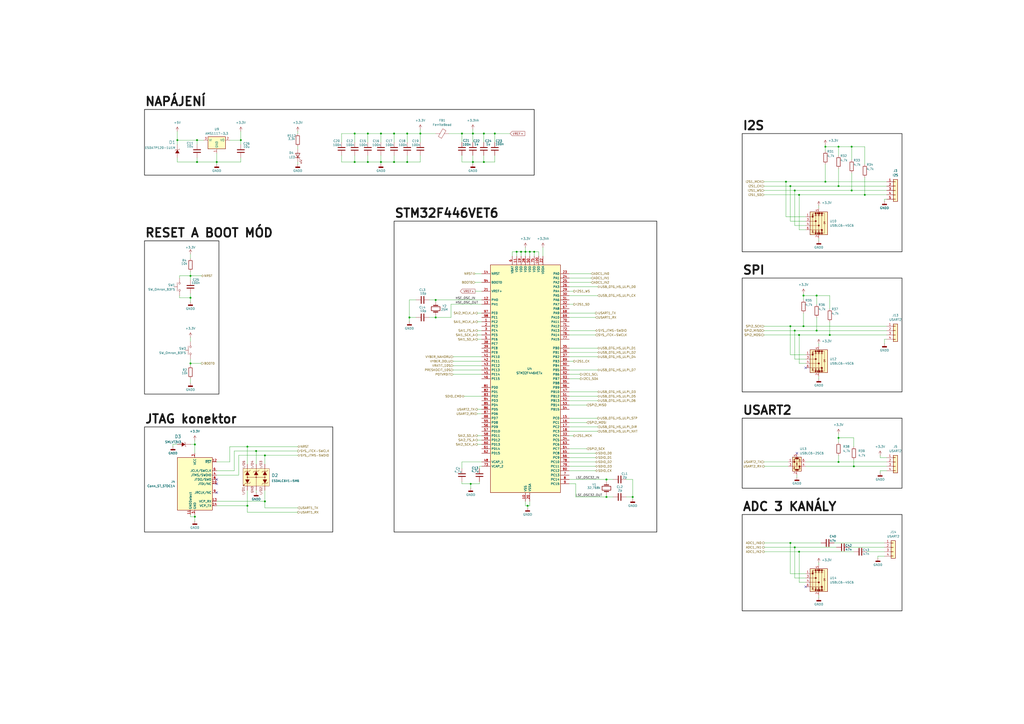
<source format=kicad_sch>
(kicad_sch (version 20250114) (generator "eeschema") (generator_version "9.0")
  (paper "A2")
  (title_block (title "SP") (rev "v1") (company "Jakub Raimr"))
  (lib_symbols
    (symbol "Connector:Conn_ST_STDC14"
      (property "Reference" "J" (at -8.89 16.51 0))
      (property "Value" "Conn_ST_STDC14" (at 17.78 16.51 0))
      (symbol "Conn_ST_STDC14_1_1"
        (pin no_connect line (at -10.16 5.08 0) (length 2.54) (hide yes) (name "NC") (number "1"))
        (pin no_connect line (at -10.16 2.54 0) (length 2.54) (hide yes) (name "NC") (number "2"))
        (pin passive line (at -2.54 -17.78 90) (length 2.54) (name "GNDDetect") (number "11"))
        (pin power_in line (at 0 17.78 270) (length 2.54) (name "VCC") (number "3"))
        (pin power_in line (at 0 -17.78 90) (length 2.54) (name "GND") (number "5"))
        (pin passive line (at 0 -17.78 90) (length 2.54) (hide yes) (name "GND") (number "7"))
        (pin open_collector line (at 12.7 12.7 180) (length 2.54) (name "~{RST}") (number "12"))
        (pin output line (at 12.7 7.62 180) (length 2.54) (name "JCLK/SWCLK") (number "6"))
        (pin bidirectional line (at 12.7 5.08 180) (length 2.54) (name "JTMS/SWDIO") (number "4"))
        (pin input line (at 12.7 2.54 180) (length 2.54) (name "JTDO/SWO") (number "8"))
        (pin output line (at 12.7 0 180) (length 2.54) (name "JTDI/NC") (number "10"))
        (pin input line (at 12.7 -5.08 180) (length 2.54) (name "JRCLK/NC") (number "9"))
        (pin output line (at 12.7 -10.16 180) (length 2.54) (name "VCP_RX") (number "13"))
        (pin input line (at 12.7 -12.7 180) (length 2.54) (name "VCP_TX") (number "14"))
      )
    )
    (symbol "Connector_Generic:Conn_01x04" (pin_names (offset 1.016) (hide yes))
      (property "Reference" "J" (at 0 5.08 0))
      (property "Value" "Conn_01x04" (at 0 -7.62 0))
      (symbol "Conn_01x04_1_1"
        (pin passive line (at -5.08 2.54 0) (length 3.81) (name "Pin_1") (number "1"))
        (pin passive line (at -5.08 0 0) (length 3.81) (name "Pin_2") (number "2"))
        (pin passive line (at -5.08 -2.54 0) (length 3.81) (name "Pin_3") (number "3"))
        (pin passive line (at -5.08 -5.08 0) (length 3.81) (name "Pin_4") (number "4"))
      )
    )
    (symbol "Connector_Generic:Conn_01x05" (pin_names (offset 1.016) (hide yes))
      (property "Reference" "J" (at 0 7.62 0))
      (property "Value" "Conn_01x05" (at 0 -7.62 0))
      (symbol "Conn_01x05_1_1"
        (pin passive line (at -5.08 5.08 0) (length 3.81) (name "Pin_1") (number "1"))
        (pin passive line (at -5.08 2.54 0) (length 3.81) (name "Pin_2") (number "2"))
        (pin passive line (at -5.08 0 0) (length 3.81) (name "Pin_3") (number "3"))
        (pin passive line (at -5.08 -2.54 0) (length 3.81) (name "Pin_4") (number "4"))
        (pin passive line (at -5.08 -5.08 0) (length 3.81) (name "Pin_5") (number "5"))
      )
    )
    (symbol "Device:C" (pin_numbers (hide yes)) (pin_names (offset 0.254))
      (property "Reference" "C" (at 0.635 2.54 0))
      (property "Value" "C" (at 0.635 -2.54 0))
      (symbol "C_1_1"
        (pin passive line (at 0 3.81 270) (length 2.794) (name "~") (number "1"))
        (pin passive line (at 0 -3.81 90) (length 2.794) (name "~") (number "2"))
      )
    )
    (symbol "Device:Crystal" (pin_numbers (hide yes)) (pin_names (offset 1.016) (hide yes))
      (property "Reference" "Y" (at 0 3.81 0))
      (property "Value" "Crystal" (at 0 -3.81 0))
      (symbol "Crystal_1_1"
        (pin passive line (at -3.81 0 0) (length 1.27) (name "1") (number "1"))
        (pin passive line (at 3.81 0 180) (length 1.27) (name "2") (number "2"))
      )
    )
    (symbol "Device:FerriteBead" (pin_numbers (hide yes)) (pin_names (offset 0))
      (property "Reference" "FB" (at -3.81 0.635 90))
      (property "Value" "FerriteBead" (at 3.81 0 90))
      (symbol "FerriteBead_1_1"
        (pin passive line (at 0 3.81 270) (length 2.54) (name "~") (number "1"))
        (pin passive line (at 0 -3.81 90) (length 2.54) (name "~") (number "2"))
      )
    )
    (symbol "Device:LED" (pin_numbers (hide yes)) (pin_names (offset 1.016) (hide yes))
      (property "Reference" "D" (at 0 2.54 0))
      (property "Value" "LED" (at 0 -2.54 0))
      (symbol "LED_1_1"
        (pin passive line (at -3.81 0 0) (length 2.54) (name "K") (number "1"))
        (pin passive line (at 3.81 0 180) (length 2.54) (name "A") (number "2"))
      )
    )
    (symbol "Device:R" (pin_numbers (hide yes)) (pin_names (offset 0))
      (property "Reference" "R" (at 2.032 0 90))
      (property "Value" "R" (at 0 0 90))
      (symbol "R_1_1"
        (pin passive line (at 0 3.81 270) (length 1.27) (name "~") (number "1"))
        (pin passive line (at 0 -3.81 90) (length 1.27) (name "~") (number "2"))
      )
    )
    (symbol "ESDA7P120-1U1M:ESDA7P120-1U1M" (pin_numbers (hide yes)) (pin_names (hide yes))
      (property "Reference" "D" (at -0.254 -6.604 0))
      (property "Value" "ESDA7P120-1U1M" (at -7.874 -6.858 0))
      (symbol "ESDA7P120-1U1M_1_0"
        (pin passive line (at -2.54 -2.54 0) (length 2.54) (name "A") (number "2"))
        (pin passive line (at 5.08 -2.54 180) (length 0) (name "K") (number "1"))
      )
    )
    (symbol "ESDALC6V1-5M6:ESDALC6V1-5M6" (pin_numbers (hide yes)) (pin_names (hide yes))
      (property "Reference" "D" (at -5.08 -17.78 0))
      (property "Value" "ESDALC6V1-5M6" (at -2.794 -17.018 0))
      (symbol "ESDALC6V1-5M6_1_0"
        (text "I/O1" (at -5.08 -1.016 0) (effects (font (size 1.27 1.27)) (justify left bottom)))
        (text "I/O2" (at -5.08 -11.176 0) (effects (font (size 1.27 1.27)) (justify left bottom)))
        (text "GND" (at -4.064 -6.096 0) (effects (font (size 1.27 1.27)) (justify left bottom)))
        (text "I/O5" (at 10.16 -1.27 0) (effects (font (size 1.27 1.27)) (justify left bottom)))
        (text "I/O4" (at 10.16 -6.096 0) (effects (font (size 1.27 1.27)) (justify left bottom)))
        (text "I/O3" (at 10.16 -11.176 0) (effects (font (size 1.27 1.27)) (justify left bottom)))
        (pin passive line (at -2.54 -2.54 0) (length 2.54) (name "I/O1") (number "1"))
        (pin passive line (at -2.54 -7.62 0) (length 2.54) (name "GND") (number "2"))
        (pin passive line (at -2.54 -12.7 0) (length 2.54) (name "I/O2") (number "3"))
        (pin passive line (at 12.7 -2.54 180) (length 2.54) (name "I/O5") (number "6"))
        (pin passive line (at 12.7 -7.62 180) (length 2.54) (name "I/O4") (number "5"))
        (pin passive line (at 12.7 -12.7 180) (length 2.54) (name "I/O3") (number "4"))
      )
    )
    (symbol "MCU_ST_STM32F4:STM32F446VETx"
      (property "Reference" "U" (at -20.32 67.31 0))
      (property "Value" "STM32F446VETx" (at 12.7 67.31 0))
      (symbol "STM32F446VETx_1_1"
        (pin input line (at -25.4 60.96 0) (length 5.08) (name "NRST") (number "14"))
        (pin input line (at -25.4 55.88 0) (length 5.08) (name "BOOT0") (number "94"))
        (pin input line (at -25.4 50.8 0) (length 5.08) (name "VREF+") (number "21"))
        (pin bidirectional line (at -25.4 45.72 0) (length 5.08) (name "PH0") (number "12"))
        (pin bidirectional line (at -25.4 43.18 0) (length 5.08) (name "PH1") (number "13"))
        (pin bidirectional line (at -25.4 38.1 0) (length 5.08) (name "PE0") (number "97"))
        (pin bidirectional line (at -25.4 35.56 0) (length 5.08) (name "PE1") (number "98"))
        (pin bidirectional line (at -25.4 33.02 0) (length 5.08) (name "PE2") (number "1"))
        (pin bidirectional line (at -25.4 30.48 0) (length 5.08) (name "PE3") (number "2"))
        (pin bidirectional line (at -25.4 27.94 0) (length 5.08) (name "PE4") (number "3"))
        (pin bidirectional line (at -25.4 25.4 0) (length 5.08) (name "PE5") (number "4"))
        (pin bidirectional line (at -25.4 22.86 0) (length 5.08) (name "PE6") (number "5"))
        (pin bidirectional line (at -25.4 20.32 0) (length 5.08) (name "PE7") (number "38"))
        (pin bidirectional line (at -25.4 17.78 0) (length 5.08) (name "PE8") (number "39"))
        (pin bidirectional line (at -25.4 15.24 0) (length 5.08) (name "PE9") (number "40"))
        (pin bidirectional line (at -25.4 12.7 0) (length 5.08) (name "PE10") (number "41"))
        (pin bidirectional line (at -25.4 10.16 0) (length 5.08) (name "PE11") (number "42"))
        (pin bidirectional line (at -25.4 7.62 0) (length 5.08) (name "PE12") (number "43"))
        (pin bidirectional line (at -25.4 5.08 0) (length 5.08) (name "PE13") (number "44"))
        (pin bidirectional line (at -25.4 2.54 0) (length 5.08) (name "PE14") (number "45"))
        (pin bidirectional line (at -25.4 0 0) (length 5.08) (name "PE15") (number "46"))
        (pin bidirectional line (at -25.4 -5.08 0) (length 5.08) (name "PD0") (number "81"))
        (pin bidirectional line (at -25.4 -7.62 0) (length 5.08) (name "PD1") (number "82"))
        (pin bidirectional line (at -25.4 -10.16 0) (length 5.08) (name "PD2") (number "83"))
        (pin bidirectional line (at -25.4 -12.7 0) (length 5.08) (name "PD3") (number "84"))
        (pin bidirectional line (at -25.4 -15.24 0) (length 5.08) (name "PD4") (number "85"))
        (pin bidirectional line (at -25.4 -17.78 0) (length 5.08) (name "PD5") (number "86"))
        (pin bidirectional line (at -25.4 -20.32 0) (length 5.08) (name "PD6") (number "87"))
        (pin bidirectional line (at -25.4 -22.86 0) (length 5.08) (name "PD7") (number "88"))
        (pin bidirectional line (at -25.4 -25.4 0) (length 5.08) (name "PD8") (number "55"))
        (pin bidirectional line (at -25.4 -27.94 0) (length 5.08) (name "PD9") (number "56"))
        (pin bidirectional line (at -25.4 -30.48 0) (length 5.08) (name "PD10") (number "57"))
        (pin bidirectional line (at -25.4 -33.02 0) (length 5.08) (name "PD11") (number "58"))
        (pin bidirectional line (at -25.4 -35.56 0) (length 5.08) (name "PD12") (number "59"))
        (pin bidirectional line (at -25.4 -38.1 0) (length 5.08) (name "PD13") (number "60"))
        (pin bidirectional line (at -25.4 -40.64 0) (length 5.08) (name "PD14") (number "61"))
        (pin bidirectional line (at -25.4 -43.18 0) (length 5.08) (name "PD15") (number "62"))
        (pin power_out line (at -25.4 -48.26 0) (length 5.08) (name "VCAP_1") (number "48"))
        (pin power_out line (at -25.4 -50.8 0) (length 5.08) (name "VCAP_2") (number "73"))
        (pin power_in line (at -7.62 71.12 270) (length 5.08) (name "VBAT") (number "6"))
        (pin power_in line (at -5.08 71.12 270) (length 5.08) (name "VDD") (number "11"))
        (pin power_in line (at -2.54 71.12 270) (length 5.08) (name "VDD") (number "19"))
        (pin power_in line (at 0 71.12 270) (length 5.08) (name "VDD") (number "28"))
        (pin power_in line (at 0 -71.12 90) (length 5.08) (name "VSS") (number "10"))
        (pin passive line (at 0 -71.12 90) (length 5.08) (hide yes) (name "VSS") (number "27"))
        (pin passive line (at 0 -71.12 90) (length 5.08) (hide yes) (name "VSS") (number "49"))
        (pin passive line (at 0 -71.12 90) (length 5.08) (hide yes) (name "VSS") (number "74"))
        (pin passive line (at 0 -71.12 90) (length 5.08) (hide yes) (name "VSS") (number "99"))
        (pin power_in line (at 2.54 71.12 270) (length 5.08) (name "VDD") (number "50"))
        (pin power_in line (at 2.54 -71.12 90) (length 5.08) (name "VSSA") (number "20"))
        (pin power_in line (at 5.08 71.12 270) (length 5.08) (name "VDD") (number "75"))
        (pin power_in line (at 7.62 71.12 270) (length 5.08) (name "VDD") (number "100"))
        (pin power_in line (at 10.16 71.12 270) (length 5.08) (name "VDDA") (number "22"))
        (pin bidirectional line (at 25.4 60.96 180) (length 5.08) (name "PA0") (number "23"))
        (pin bidirectional line (at 25.4 58.42 180) (length 5.08) (name "PA1") (number "24"))
        (pin bidirectional line (at 25.4 55.88 180) (length 5.08) (name "PA2") (number "25"))
        (pin bidirectional line (at 25.4 53.34 180) (length 5.08) (name "PA3") (number "26"))
        (pin bidirectional line (at 25.4 50.8 180) (length 5.08) (name "PA4") (number "29"))
        (pin bidirectional line (at 25.4 48.26 180) (length 5.08) (name "PA5") (number "30"))
        (pin bidirectional line (at 25.4 45.72 180) (length 5.08) (name "PA6") (number "31"))
        (pin bidirectional line (at 25.4 43.18 180) (length 5.08) (name "PA7") (number "32"))
        (pin bidirectional line (at 25.4 40.64 180) (length 5.08) (name "PA8") (number "67"))
        (pin bidirectional line (at 25.4 38.1 180) (length 5.08) (name "PA9") (number "68"))
        (pin bidirectional line (at 25.4 35.56 180) (length 5.08) (name "PA10") (number "69"))
        (pin bidirectional line (at 25.4 33.02 180) (length 5.08) (name "PA11") (number "70"))
        (pin bidirectional line (at 25.4 30.48 180) (length 5.08) (name "PA12") (number "71"))
        (pin bidirectional line (at 25.4 27.94 180) (length 5.08) (name "PA13") (number "72"))
        (pin bidirectional line (at 25.4 25.4 180) (length 5.08) (name "PA14") (number "76"))
        (pin bidirectional line (at 25.4 22.86 180) (length 5.08) (name "PA15") (number "77"))
        (pin bidirectional line (at 25.4 17.78 180) (length 5.08) (name "PB0") (number "35"))
        (pin bidirectional line (at 25.4 15.24 180) (length 5.08) (name "PB1") (number "36"))
        (pin bidirectional line (at 25.4 12.7 180) (length 5.08) (name "PB2") (number "37"))
        (pin bidirectional line (at 25.4 10.16 180) (length 5.08) (name "PB3") (number "89"))
        (pin bidirectional line (at 25.4 7.62 180) (length 5.08) (name "PB4") (number "90"))
        (pin bidirectional line (at 25.4 5.08 180) (length 5.08) (name "PB5") (number "91"))
        (pin bidirectional line (at 25.4 2.54 180) (length 5.08) (name "PB6") (number "92"))
        (pin bidirectional line (at 25.4 0 180) (length 5.08) (name "PB7") (number "93"))
        (pin bidirectional line (at 25.4 -2.54 180) (length 5.08) (name "PB8") (number "95"))
        (pin bidirectional line (at 25.4 -5.08 180) (length 5.08) (name "PB9") (number "96"))
        (pin bidirectional line (at 25.4 -7.62 180) (length 5.08) (name "PB10") (number "47"))
        (pin bidirectional line (at 25.4 -10.16 180) (length 5.08) (name "PB12") (number "51"))
        (pin bidirectional line (at 25.4 -12.7 180) (length 5.08) (name "PB13") (number "52"))
        (pin bidirectional line (at 25.4 -15.24 180) (length 5.08) (name "PB14") (number "53"))
        (pin bidirectional line (at 25.4 -17.78 180) (length 5.08) (name "PB15") (number "54"))
        (pin bidirectional line (at 25.4 -22.86 180) (length 5.08) (name "PC0") (number "15"))
        (pin bidirectional line (at 25.4 -25.4 180) (length 5.08) (name "PC1") (number "16"))
        (pin bidirectional line (at 25.4 -27.94 180) (length 5.08) (name "PC2") (number "17"))
        (pin bidirectional line (at 25.4 -30.48 180) (length 5.08) (name "PC3") (number "18"))
        (pin bidirectional line (at 25.4 -33.02 180) (length 5.08) (name "PC4") (number "33"))
        (pin bidirectional line (at 25.4 -35.56 180) (length 5.08) (name "PC5") (number "34"))
        (pin bidirectional line (at 25.4 -38.1 180) (length 5.08) (name "PC6") (number "63"))
        (pin bidirectional line (at 25.4 -40.64 180) (length 5.08) (name "PC7") (number "64"))
        (pin bidirectional line (at 25.4 -43.18 180) (length 5.08) (name "PC8") (number "65"))
        (pin bidirectional line (at 25.4 -45.72 180) (length 5.08) (name "PC9") (number "66"))
        (pin bidirectional line (at 25.4 -48.26 180) (length 5.08) (name "PC10") (number "78"))
        (pin bidirectional line (at 25.4 -50.8 180) (length 5.08) (name "PC11") (number "79"))
        (pin bidirectional line (at 25.4 -53.34 180) (length 5.08) (name "PC12") (number "80"))
        (pin bidirectional line (at 25.4 -55.88 180) (length 5.08) (name "PC13") (number "7"))
        (pin bidirectional line (at 25.4 -58.42 180) (length 5.08) (name "PC14") (number "8"))
        (pin bidirectional line (at 25.4 -60.96 180) (length 5.08) (name "PC15") (number "9"))
      )
    )
    (symbol "Power_Protection:USBLC6-2SC6" (pin_names (hide yes))
      (property "Reference" "U" (at 0.635 5.715 0))
      (property "Value" "USBLC6-2SC6" (at 0.635 3.81 0))
      (symbol "USBLC6-2SC6_1_1"
        (pin passive line (at -5.08 0 0) (length 2.54) (name "I/O1") (number "1"))
        (pin passive line (at -5.08 -2.54 0) (length 2.54) (name "I/O2") (number "3"))
        (pin passive line (at 0 5.08 270) (length 2.54) (name "VBUS") (number "5"))
        (pin passive line (at 0 -7.62 90) (length 2.54) (name "GND") (number "2"))
        (pin passive line (at 5.08 0 180) (length 2.54) (name "I/O1") (number "6"))
        (pin passive line (at 5.08 -2.54 180) (length 2.54) (name "I/O2") (number "4"))
      )
    )
    (symbol "Power_Protection:USBLC6-4SC6" (pin_names (hide yes))
      (property "Reference" "U" (at 1.27 9.525 0))
      (property "Value" "USBLC6-4SC6" (at 1.27 6.985 0))
      (symbol "USBLC6-4SC6_1_1"
        (pin passive line (at -7.62 2.54 0) (length 2.54) (name "I/O1") (number "1"))
        (pin passive line (at -7.62 0 0) (length 2.54) (name "I/O2") (number "3"))
        (pin passive line (at -7.62 -2.54 0) (length 2.54) (name "I/O3") (number "4"))
        (pin passive line (at -7.62 -5.08 0) (length 2.54) (name "I/O4") (number "6"))
        (pin passive line (at 0 7.62 270) (length 2.54) (name "VBUS") (number "5"))
        (pin passive line (at 0 -10.16 90) (length 2.54) (name "GND") (number "2"))
      )
    )
    (symbol "Regulator_Linear:AMS1117-3.3"
      (property "Reference" "U" (at -3.81 3.175 0))
      (property "Value" "AMS1117-3.3" (at 0 3.175 0))
      (symbol "AMS1117-3.3_1_1"
        (pin power_in line (at -7.62 0 0) (length 2.54) (name "VI") (number "3"))
        (pin power_in line (at 0 -7.62 90) (length 2.54) (name "GND") (number "1"))
        (pin power_out line (at 7.62 0 180) (length 2.54) (name "VO") (number "2"))
      )
    )
    (symbol "SMLVT3V3:SMLVT3V3" (pin_numbers (hide yes)) (pin_names (hide yes))
      (property "Reference" "D" (at -0.254 -6.604 0))
      (property "Value" "SMLVT3V3" (at -2.54 -6.858 0))
      (symbol "SMLVT3V3_1_0"
        (pin passive line (at -2.54 -2.54 0) (length 2.54) (name "A") (number "2"))
        (pin passive line (at 5.08 -2.54 180) (length 0) (name "K") (number "1"))
      )
    )
    (symbol "Switch:SW_Omron_B3FS" (pin_numbers (hide yes)) (pin_names (offset 1.016) (hide yes))
      (property "Reference" "SW" (at 1.27 2.54 0))
      (property "Value" "SW_Omron_B3FS" (at 0 -1.524 0))
      (symbol "SW_Omron_B3FS_0_1"
        (pin passive line (at -5.08 0 0) (length 2.54) (name "1") (number "1"))
        (pin passive line (at 5.08 0 180) (length 2.54) (name "2") (number "2"))
      )
    )
    (symbol "power:+3.3V" (power) (pin_numbers (hide yes)) (pin_names (offset 0) (hide yes))
      (property "Value" "+3.3V" (at 0 3.556 0))
      (symbol "+3.3V_1_1"
        (pin power_in line (at 0 0 90) (length 0) (name "~") (number "1"))
      )
    )
    (symbol "power:+3.3VA" (power) (pin_numbers (hide yes)) (pin_names (offset 0) (hide yes))
      (property "Value" "+3.3VA" (at 0 3.556 0))
      (symbol "+3.3VA_1_1"
        (pin power_in line (at 0 0 90) (length 0) (name "~") (number "1"))
      )
    )
    (symbol "power:+5V" (power) (pin_numbers (hide yes)) (pin_names (offset 0) (hide yes))
      (property "Value" "+5V" (at 0 3.556 0))
      (symbol "+5V_1_1"
        (pin power_in line (at 0 0 90) (length 0) (name "~") (number "1"))
      )
    )
    (symbol "power:GNDD" (power) (pin_numbers (hide yes)) (pin_names (offset 0) (hide yes))
      (property "Value" "GNDD" (at 0 -3.175 0))
      (symbol "GNDD_1_1"
        (pin power_in line (at 0 0 270) (length 0) (name "~") (number "1"))
      )
    )
  )
  (junction (at 110.49 210.82))
  (junction (at 473.71 191.77))
  (junction (at 280.67 93.98))
  (junction (at 461.01 317.5))
  (junction (at 478.79 105.41))
  (junction (at 463.55 113.03))
  (junction (at 153.67 264.16))
  (junction (at 463.55 320.04))
  (junction (at 306.07 293.37))
  (junction (at 302.26 146.05))
  (junction (at 280.67 77.47))
  (junction (at 243.84 77.47))
  (junction (at 143.51 259.08))
  (junction (at 461.01 191.77))
  (junction (at 139.7 81.28))
  (junction (at 252.73 173.99))
  (junction (at 143.51 293.37))
  (junction (at 148.59 261.62))
  (junction (at 494.03 110.49))
  (junction (at 495.3 270.51))
  (junction (at 237.49 184.15))
  (junction (at 309.88 146.05))
  (junction (at 351.79 288.29))
  (junction (at 287.02 77.47))
  (junction (at 205.74 77.47))
  (junction (at 307.34 146.05))
  (junction (at 220.98 93.98))
  (junction (at 473.71 171.45))
  (junction (at 213.36 93.98))
  (junction (at 486.41 267.97))
  (junction (at 458.47 314.96))
  (junction (at 205.74 93.98))
  (junction (at 466.09 171.45))
  (junction (at 110.49 160.02))
  (junction (at 113.03 299.72))
  (junction (at 228.6 77.47))
  (junction (at 486.41 107.95))
  (junction (at 220.98 77.47))
  (junction (at 299.72 146.05))
  (junction (at 273.05 280.67))
  (junction (at 252.73 184.15))
  (junction (at 458.47 107.95))
  (junction (at 486.41 85.09))
  (junction (at 267.97 77.47))
  (junction (at 304.8 146.05))
  (junction (at 458.47 189.23))
  (junction (at 466.09 189.23))
  (junction (at 494.03 85.09))
  (junction (at 236.22 93.98))
  (junction (at 274.32 93.98))
  (junction (at 501.65 113.03))
  (junction (at 274.32 77.47))
  (junction (at 153.67 290.83))
  (junction (at 461.01 110.49))
  (junction (at 351.79 278.13))
  (junction (at 102.87 81.28))
  (junction (at 114.3 93.98))
  (junction (at 110.49 172.72))
  (junction (at 478.79 85.09))
  (junction (at 113.03 257.81))
  (junction (at 125.73 93.98))
  (junction (at 481.33 194.31))
  (junction (at 114.3 81.28))
  (junction (at 236.22 77.47))
  (junction (at 367.03 288.29))
  (junction (at 213.36 77.47))
  (junction (at 486.41 254))
  (junction (at 463.55 194.31))
  (junction (at 228.6 93.98))
  (junction (at 455.93 105.41))
  (no_connect (at 125.73 278.13))
  (no_connect (at 467.36 213.36))
  (no_connect (at 467.36 340.36))
  (no_connect (at 462.28 262.89))
  (no_connect (at 125.73 280.67))
  (no_connect (at 125.73 285.75))
  (wire (pts (xy 309.88 146.05) (xy 312.42 146.05)))
  (wire (pts (xy 104.14 171.45) (xy 104.14 172.72)))
  (wire (pts (xy 306.07 293.37) (xy 304.8 293.37)))
  (wire (pts (xy 114.3 81.28) (xy 114.3 83.82)))
  (wire (pts (xy 473.71 191.77) (xy 514.35 191.77)))
  (wire (pts (xy 463.55 194.31) (xy 481.33 194.31)))
  (wire (pts (xy 367.03 288.29) (xy 367.03 289.56)))
  (wire (pts (xy 330.2 270.51) (xy 345.44 270.51)))
  (wire (pts (xy 474.98 345.44) (xy 474.98 346.71)))
  (wire (pts (xy 461.01 335.28) (xy 467.36 335.28)))
  (wire (pts (xy 463.55 113.03) (xy 463.55 133.35)))
  (wire (pts (xy 463.55 320.04) (xy 495.3 320.04)))
  (wire (pts (xy 172.72 85.09) (xy 172.72 86.36)))
  (wire (pts (xy 501.65 85.09) (xy 501.65 95.25)))
  (wire (pts (xy 278.13 279.4) (xy 278.13 280.67)))
  (wire (pts (xy 125.73 88.9) (xy 125.73 93.98)))
  (wire (pts (xy 330.2 168.91) (xy 332.74 168.91)))
  (wire (pts (xy 330.2 158.75) (xy 342.9 158.75)))
  (wire (pts (xy 466.09 189.23) (xy 514.35 189.23)))
  (wire (pts (xy 110.49 257.81) (xy 113.03 257.81)))
  (wire (pts (xy 307.34 146.05) (xy 307.34 148.59)))
  (wire (pts (xy 481.33 194.31) (xy 514.35 194.31)))
  (wire (pts (xy 330.2 252.73) (xy 332.74 252.73)))
  (wire (pts (xy 514.35 105.41) (xy 478.79 105.41)))
  (wire (pts (xy 330.2 273.05) (xy 345.44 273.05)))
  (wire (pts (xy 458.47 189.23) (xy 466.09 189.23)))
  (wire (pts (xy 213.36 93.98) (xy 205.74 93.98)))
  (wire (pts (xy 205.74 90.17) (xy 205.74 93.98)))
  (wire (pts (xy 314.96 143.51) (xy 314.96 148.59)))
  (wire (pts (xy 153.67 290.83) (xy 153.67 294.64)))
  (wire (pts (xy 135.89 261.62) (xy 135.89 273.05)))
  (wire (pts (xy 236.22 77.47) (xy 236.22 82.55)))
  (wire (pts (xy 267.97 90.17) (xy 267.97 93.98)))
  (wire (pts (xy 287.02 90.17) (xy 287.02 93.98)))
  (wire (pts (xy 143.51 293.37) (xy 143.51 297.18)))
  (wire (pts (xy 443.23 320.04) (xy 463.55 320.04)))
  (wire (pts (xy 473.71 171.45) (xy 473.71 176.53)))
  (wire (pts (xy 307.34 290.83) (xy 307.34 293.37)))
  (wire (pts (xy 125.73 93.98) (xy 125.73 95.25)))
  (wire (pts (xy 486.41 251.46) (xy 486.41 254)))
  (wire (pts (xy 330.2 201.93) (xy 346.71 201.93)))
  (wire (pts (xy 455.93 125.73) (xy 467.36 125.73)))
  (wire (pts (xy 330.2 278.13) (xy 351.79 278.13)))
  (wire (pts (xy 220.98 77.47) (xy 228.6 77.47)))
  (wire (pts (xy 262.89 209.55) (xy 279.4 209.55)))
  (wire (pts (xy 110.49 170.18) (xy 110.49 172.72)))
  (wire (pts (xy 287.02 77.47) (xy 295.91 77.47)))
  (wire (pts (xy 461.01 191.77) (xy 473.71 191.77)))
  (wire (pts (xy 274.32 90.17) (xy 274.32 93.98)))
  (wire (pts (xy 262.89 214.63) (xy 279.4 214.63)))
  (wire (pts (xy 276.86 196.85) (xy 279.4 196.85)))
  (wire (pts (xy 274.32 93.98) (xy 280.67 93.98)))
  (wire (pts (xy 330.2 181.61) (xy 345.44 181.61)))
  (wire (pts (xy 474.98 326.39) (xy 474.98 327.66)))
  (wire (pts (xy 330.2 166.37) (xy 346.71 166.37)))
  (wire (pts (xy 443.23 110.49) (xy 461.01 110.49)))
  (wire (pts (xy 133.35 81.28) (xy 139.7 81.28)))
  (wire (pts (xy 302.26 146.05) (xy 302.26 148.59)))
  (wire (pts (xy 463.55 210.82) (xy 467.36 210.82)))
  (wire (pts (xy 104.14 160.02) (xy 104.14 161.29)))
  (wire (pts (xy 148.59 261.62) (xy 135.89 261.62)))
  (wire (pts (xy 486.41 254) (xy 495.3 254)))
  (wire (pts (xy 514.35 115.57) (xy 513.08 115.57)))
  (wire (pts (xy 114.3 81.28) (xy 118.11 81.28)))
  (wire (pts (xy 309.88 146.05) (xy 309.88 148.59)))
  (wire (pts (xy 334.01 288.29) (xy 351.79 288.29)))
  (wire (pts (xy 198.12 90.17) (xy 198.12 93.98)))
  (wire (pts (xy 330.2 247.65) (xy 346.71 247.65)))
  (wire (pts (xy 463.55 337.82) (xy 467.36 337.82)))
  (wire (pts (xy 267.97 267.97) (xy 267.97 271.78)))
  (wire (pts (xy 458.47 189.23) (xy 458.47 205.74)))
  (wire (pts (xy 236.22 77.47) (xy 243.84 77.47)))
  (wire (pts (xy 330.2 204.47) (xy 346.71 204.47)))
  (wire (pts (xy 330.2 232.41) (xy 346.71 232.41)))
  (wire (pts (xy 486.41 264.16) (xy 486.41 267.97)))
  (wire (pts (xy 458.47 314.96) (xy 476.25 314.96)))
  (wire (pts (xy 495.3 254) (xy 495.3 259.08)))
  (wire (pts (xy 228.6 90.17) (xy 228.6 93.98)))
  (wire (pts (xy 228.6 77.47) (xy 236.22 77.47)))
  (wire (pts (xy 330.2 234.95) (xy 340.36 234.95)))
  (wire (pts (xy 443.23 194.31) (xy 463.55 194.31)))
  (wire (pts (xy 299.72 146.05) (xy 299.72 148.59)))
  (wire (pts (xy 458.47 107.95) (xy 458.47 128.27)))
  (wire (pts (xy 330.2 250.19) (xy 346.71 250.19)))
  (wire (pts (xy 275.59 168.91) (xy 279.4 168.91)))
  (wire (pts (xy 237.49 173.99) (xy 237.49 184.15)))
  (wire (pts (xy 133.35 259.08) (xy 133.35 267.97)))
  (wire (pts (xy 486.41 254) (xy 486.41 256.54)))
  (wire (pts (xy 102.87 91.44) (xy 102.87 93.98)))
  (wire (pts (xy 486.41 267.97) (xy 514.35 267.97)))
  (wire (pts (xy 513.08 115.57) (xy 513.08 116.84)))
  (wire (pts (xy 125.73 267.97) (xy 133.35 267.97)))
  (wire (pts (xy 267.97 279.4) (xy 267.97 280.67)))
  (wire (pts (xy 273.05 280.67) (xy 273.05 283.21)))
  (wire (pts (xy 262.89 212.09) (xy 279.4 212.09)))
  (wire (pts (xy 351.79 278.13) (xy 355.6 278.13)))
  (wire (pts (xy 443.23 113.03) (xy 463.55 113.03)))
  (wire (pts (xy 172.72 259.08) (xy 143.51 259.08)))
  (wire (pts (xy 220.98 93.98) (xy 213.36 93.98)))
  (wire (pts (xy 363.22 278.13) (xy 367.03 278.13)))
  (wire (pts (xy 243.84 74.93) (xy 243.84 77.47)))
  (wire (pts (xy 495.3 270.51) (xy 514.35 270.51)))
  (wire (pts (xy 330.2 209.55) (xy 332.74 209.55)))
  (wire (pts (xy 486.41 85.09) (xy 486.41 90.17)))
  (wire (pts (xy 139.7 81.28) (xy 139.7 83.82)))
  (wire (pts (xy 220.98 93.98) (xy 228.6 93.98)))
  (wire (pts (xy 275.59 158.75) (xy 279.4 158.75)))
  (wire (pts (xy 486.41 107.95) (xy 514.35 107.95)))
  (wire (pts (xy 110.49 172.72) (xy 110.49 175.26)))
  (wire (pts (xy 138.43 264.16) (xy 138.43 275.59)))
  (wire (pts (xy 502.92 320.04) (xy 513.08 320.04)))
  (wire (pts (xy 330.2 163.83) (xy 342.9 163.83)))
  (wire (pts (xy 110.49 219.71) (xy 110.49 222.25)))
  (wire (pts (xy 153.67 264.16) (xy 138.43 264.16)))
  (wire (pts (xy 297.18 146.05) (xy 299.72 146.05)))
  (wire (pts (xy 278.13 270.51) (xy 279.4 270.51)))
  (wire (pts (xy 110.49 208.28) (xy 110.49 210.82)))
  (wire (pts (xy 139.7 91.44) (xy 139.7 93.98)))
  (wire (pts (xy 466.09 171.45) (xy 473.71 171.45)))
  (wire (pts (xy 110.49 162.56) (xy 110.49 160.02)))
  (wire (pts (xy 330.2 176.53) (xy 332.74 176.53)))
  (wire (pts (xy 113.03 298.45) (xy 113.03 299.72)))
  (wire (pts (xy 228.6 93.98) (xy 236.22 93.98)))
  (wire (pts (xy 148.59 261.62) (xy 148.59 269.24)))
  (wire (pts (xy 138.43 275.59) (xy 125.73 275.59)))
  (wire (pts (xy 280.67 93.98) (xy 287.02 93.98)))
  (wire (pts (xy 458.47 128.27) (xy 467.36 128.27)))
  (wire (pts (xy 213.36 90.17) (xy 213.36 93.98)))
  (wire (pts (xy 304.8 146.05) (xy 307.34 146.05)))
  (wire (pts (xy 275.59 163.83) (xy 279.4 163.83)))
  (wire (pts (xy 125.73 290.83) (xy 153.67 290.83)))
  (wire (pts (xy 330.2 229.87) (xy 346.71 229.87)))
  (wire (pts (xy 274.32 77.47) (xy 274.32 82.55)))
  (wire (pts (xy 143.51 259.08) (xy 133.35 259.08)))
  (wire (pts (xy 467.36 270.51) (xy 495.3 270.51)))
  (wire (pts (xy 143.51 259.08) (xy 143.51 269.24)))
  (wire (pts (xy 274.32 77.47) (xy 280.67 77.47)))
  (wire (pts (xy 252.73 173.99) (xy 248.92 173.99)))
  (wire (pts (xy 330.2 194.31) (xy 345.44 194.31)))
  (wire (pts (xy 312.42 146.05) (xy 312.42 148.59)))
  (wire (pts (xy 205.74 77.47) (xy 205.74 82.55)))
  (wire (pts (xy 481.33 186.69) (xy 481.33 194.31)))
  (wire (pts (xy 280.67 90.17) (xy 280.67 93.98)))
  (wire (pts (xy 125.73 293.37) (xy 143.51 293.37)))
  (wire (pts (xy 114.3 93.98) (xy 125.73 93.98)))
  (wire (pts (xy 269.24 229.87) (xy 279.4 229.87)))
  (wire (pts (xy 513.08 196.85) (xy 513.08 199.39)))
  (wire (pts (xy 198.12 93.98) (xy 205.74 93.98)))
  (wire (pts (xy 483.87 314.96) (xy 513.08 314.96)))
  (wire (pts (xy 363.22 288.29) (xy 367.03 288.29)))
  (wire (pts (xy 198.12 77.47) (xy 205.74 77.47)))
  (wire (pts (xy 267.97 77.47) (xy 267.97 82.55)))
  (wire (pts (xy 330.2 219.71) (xy 336.55 219.71)))
  (wire (pts (xy 461.01 317.5) (xy 485.14 317.5)))
  (wire (pts (xy 455.93 105.41) (xy 443.23 105.41)))
  (wire (pts (xy 148.59 284.48) (xy 148.59 285.75)))
  (wire (pts (xy 236.22 93.98) (xy 243.84 93.98)))
  (wire (pts (xy 213.36 77.47) (xy 220.98 77.47)))
  (wire (pts (xy 297.18 146.05) (xy 297.18 148.59)))
  (wire (pts (xy 110.49 147.32) (xy 110.49 149.86)))
  (wire (pts (xy 172.72 264.16) (xy 153.67 264.16)))
  (wire (pts (xy 443.23 317.5) (xy 461.01 317.5)))
  (wire (pts (xy 501.65 102.87) (xy 501.65 113.03)))
  (wire (pts (xy 330.2 265.43) (xy 345.44 265.43)))
  (wire (pts (xy 236.22 90.17) (xy 236.22 93.98)))
  (wire (pts (xy 330.2 191.77) (xy 345.44 191.77)))
  (wire (pts (xy 492.76 317.5) (xy 513.08 317.5)))
  (wire (pts (xy 443.23 314.96) (xy 458.47 314.96)))
  (wire (pts (xy 110.49 210.82) (xy 110.49 212.09)))
  (wire (pts (xy 330.2 245.11) (xy 340.36 245.11)))
  (wire (pts (xy 473.71 171.45) (xy 481.33 171.45)))
  (wire (pts (xy 514.35 273.05) (xy 510.54 273.05)))
  (wire (pts (xy 220.98 93.98) (xy 220.98 95.25)))
  (wire (pts (xy 102.87 81.28) (xy 114.3 81.28)))
  (wire (pts (xy 443.23 267.97) (xy 457.2 267.97)))
  (wire (pts (xy 304.8 143.51) (xy 304.8 146.05)))
  (wire (pts (xy 139.7 76.2) (xy 139.7 81.28)))
  (wire (pts (xy 509.27 322.58) (xy 509.27 323.85)))
  (wire (pts (xy 143.51 297.18) (xy 172.72 297.18)))
  (wire (pts (xy 267.97 267.97) (xy 279.4 267.97)))
  (wire (pts (xy 172.72 76.2) (xy 172.72 77.47)))
  (wire (pts (xy 443.23 191.77) (xy 461.01 191.77)))
  (wire (pts (xy 287.02 77.47) (xy 287.02 82.55)))
  (wire (pts (xy 463.55 113.03) (xy 501.65 113.03)))
  (wire (pts (xy 330.2 214.63) (xy 346.71 214.63)))
  (wire (pts (xy 510.54 264.16) (xy 510.54 265.43)))
  (wire (pts (xy 461.01 110.49) (xy 461.01 130.81)))
  (wire (pts (xy 243.84 77.47) (xy 252.73 77.47)))
  (wire (pts (xy 252.73 184.15) (xy 261.62 184.15)))
  (wire (pts (xy 306.07 293.37) (xy 307.34 293.37)))
  (wire (pts (xy 466.09 171.45) (xy 466.09 173.99)))
  (wire (pts (xy 125.73 93.98) (xy 139.7 93.98)))
  (wire (pts (xy 443.23 270.51) (xy 457.2 270.51)))
  (wire (pts (xy 463.55 320.04) (xy 463.55 337.82)))
  (wire (pts (xy 276.86 181.61) (xy 279.4 181.61)))
  (wire (pts (xy 330.2 184.15) (xy 345.44 184.15)))
  (wire (pts (xy 461.01 110.49) (xy 494.03 110.49)))
  (wire (pts (xy 330.2 227.33) (xy 346.71 227.33)))
  (wire (pts (xy 330.2 260.35) (xy 340.36 260.35)))
  (wire (pts (xy 262.89 207.01) (xy 279.4 207.01)))
  (wire (pts (xy 110.49 298.45) (xy 110.49 299.72)))
  (wire (pts (xy 302.26 146.05) (xy 304.8 146.05)))
  (wire (pts (xy 501.65 113.03) (xy 514.35 113.03)))
  (wire (pts (xy 351.79 287.02) (xy 351.79 288.29)))
  (wire (pts (xy 494.03 100.33) (xy 494.03 110.49)))
  (wire (pts (xy 461.01 317.5) (xy 461.01 335.28)))
  (wire (pts (xy 474.98 199.39) (xy 474.98 200.66)))
  (wire (pts (xy 261.62 176.53) (xy 279.4 176.53)))
  (wire (pts (xy 267.97 280.67) (xy 273.05 280.67)))
  (wire (pts (xy 153.67 264.16) (xy 153.67 269.24)))
  (wire (pts (xy 102.87 81.28) (xy 102.87 83.82)))
  (wire (pts (xy 463.55 133.35) (xy 467.36 133.35)))
  (wire (pts (xy 478.79 85.09) (xy 486.41 85.09)))
  (wire (pts (xy 110.49 160.02) (xy 116.84 160.02)))
  (wire (pts (xy 274.32 93.98) (xy 274.32 95.25)))
  (wire (pts (xy 478.79 95.25) (xy 478.79 105.41)))
  (wire (pts (xy 486.41 97.79) (xy 486.41 107.95)))
  (wire (pts (xy 241.3 173.99) (xy 237.49 173.99)))
  (wire (pts (xy 474.98 138.43) (xy 474.98 139.7)))
  (wire (pts (xy 330.2 267.97) (xy 345.44 267.97)))
  (wire (pts (xy 514.35 265.43) (xy 510.54 265.43)))
  (wire (pts (xy 237.49 184.15) (xy 237.49 186.69)))
  (wire (pts (xy 220.98 77.47) (xy 220.98 82.55)))
  (wire (pts (xy 280.67 77.47) (xy 287.02 77.47)))
  (wire (pts (xy 104.14 172.72) (xy 110.49 172.72)))
  (wire (pts (xy 467.36 267.97) (xy 486.41 267.97)))
  (wire (pts (xy 330.2 171.45) (xy 346.71 171.45)))
  (wire (pts (xy 330.2 242.57) (xy 346.71 242.57)))
  (wire (pts (xy 330.2 217.17) (xy 336.55 217.17)))
  (wire (pts (xy 172.72 261.62) (xy 148.59 261.62)))
  (wire (pts (xy 299.72 146.05) (xy 302.26 146.05)))
  (wire (pts (xy 110.49 195.58) (xy 110.49 198.12)))
  (wire (pts (xy 276.86 240.03) (xy 279.4 240.03)))
  (wire (pts (xy 248.92 184.15) (xy 252.73 184.15)))
  (wire (pts (xy 458.47 332.74) (xy 467.36 332.74)))
  (wire (pts (xy 113.03 299.72) (xy 113.03 302.26)))
  (wire (pts (xy 330.2 280.67) (xy 334.01 280.67)))
  (wire (pts (xy 276.86 237.49) (xy 279.4 237.49)))
  (wire (pts (xy 330.2 207.01) (xy 346.71 207.01)))
  (wire (pts (xy 276.86 255.27) (xy 279.4 255.27)))
  (wire (pts (xy 473.71 184.15) (xy 473.71 191.77)))
  (wire (pts (xy 478.79 85.09) (xy 478.79 87.63)))
  (wire (pts (xy 466.09 170.18) (xy 466.09 171.45)))
  (wire (pts (xy 276.86 186.69) (xy 279.4 186.69)))
  (wire (pts (xy 113.03 257.81) (xy 113.03 262.89)))
  (wire (pts (xy 280.67 77.47) (xy 280.67 82.55)))
  (wire (pts (xy 205.74 77.47) (xy 213.36 77.47)))
  (wire (pts (xy 102.87 93.98) (xy 114.3 93.98)))
  (wire (pts (xy 306.07 293.37) (xy 306.07 294.64)))
  (wire (pts (xy 478.79 83.82) (xy 478.79 85.09)))
  (wire (pts (xy 273.05 280.67) (xy 278.13 280.67)))
  (wire (pts (xy 474.98 218.44) (xy 474.98 219.71)))
  (wire (pts (xy 276.86 257.81) (xy 279.4 257.81)))
  (wire (pts (xy 486.41 85.09) (xy 494.03 85.09)))
  (wire (pts (xy 276.86 252.73) (xy 279.4 252.73)))
  (wire (pts (xy 513.08 196.85) (xy 514.35 196.85)))
  (wire (pts (xy 274.32 74.93) (xy 274.32 77.47)))
  (wire (pts (xy 261.62 176.53) (xy 261.62 184.15)))
  (wire (pts (xy 260.35 77.47) (xy 267.97 77.47)))
  (wire (pts (xy 252.73 173.99) (xy 279.4 173.99)))
  (wire (pts (xy 110.49 210.82) (xy 116.84 210.82)))
  (wire (pts (xy 466.09 181.61) (xy 466.09 189.23)))
  (wire (pts (xy 494.03 110.49) (xy 514.35 110.49)))
  (wire (pts (xy 474.98 119.38) (xy 474.98 120.65)))
  (wire (pts (xy 220.98 90.17) (xy 220.98 93.98)))
  (wire (pts (xy 198.12 77.47) (xy 198.12 82.55)))
  (wire (pts (xy 243.84 90.17) (xy 243.84 93.98)))
  (wire (pts (xy 461.01 130.81) (xy 467.36 130.81)))
  (wire (pts (xy 100.33 257.81) (xy 102.87 257.81)))
  (wire (pts (xy 443.23 107.95) (xy 458.47 107.95)))
  (wire (pts (xy 307.34 146.05) (xy 309.88 146.05)))
  (wire (pts (xy 443.23 189.23) (xy 458.47 189.23)))
  (wire (pts (xy 153.67 294.64) (xy 172.72 294.64)))
  (wire (pts (xy 228.6 77.47) (xy 228.6 82.55)))
  (wire (pts (xy 494.03 85.09) (xy 494.03 92.71)))
  (wire (pts (xy 478.79 105.41) (xy 455.93 105.41)))
  (wire (pts (xy 334.01 280.67) (xy 334.01 288.29)))
  (wire (pts (xy 495.3 266.7) (xy 495.3 270.51)))
  (wire (pts (xy 237.49 184.15) (xy 241.3 184.15)))
  (wire (pts (xy 330.2 262.89) (xy 345.44 262.89)))
  (wire (pts (xy 114.3 91.44) (xy 114.3 93.98)))
  (wire (pts (xy 102.87 76.2) (xy 102.87 81.28)))
  (wire (pts (xy 104.14 160.02) (xy 110.49 160.02)))
  (wire (pts (xy 113.03 255.27) (xy 113.03 257.81)))
  (wire (pts (xy 262.89 217.17) (xy 279.4 217.17)))
  (wire (pts (xy 461.01 208.28) (xy 467.36 208.28)))
  (wire (pts (xy 110.49 157.48) (xy 110.49 160.02)))
  (wire (pts (xy 243.84 77.47) (xy 243.84 82.55)))
  (wire (pts (xy 143.51 284.48) (xy 143.51 293.37)))
  (wire (pts (xy 510.54 273.05) (xy 510.54 274.32)))
  (wire (pts (xy 113.03 299.72) (xy 110.49 299.72)))
  (wire (pts (xy 172.72 93.98) (xy 172.72 95.25)))
  (wire (pts (xy 135.89 273.05) (xy 125.73 273.05)))
  (wire (pts (xy 252.73 182.88) (xy 252.73 184.15)))
  (wire (pts (xy 461.01 191.77) (xy 461.01 208.28)))
  (wire (pts (xy 463.55 194.31) (xy 463.55 210.82)))
  (wire (pts (xy 304.8 146.05) (xy 304.8 148.59)))
  (wire (pts (xy 153.67 284.48) (xy 153.67 290.83)))
  (wire (pts (xy 276.86 191.77) (xy 279.4 191.77)))
  (wire (pts (xy 267.97 77.47) (xy 274.32 77.47)))
  (wire (pts (xy 267.97 93.98) (xy 274.32 93.98)))
  (wire (pts (xy 481.33 171.45) (xy 481.33 179.07)))
  (wire (pts (xy 458.47 314.96) (xy 458.47 332.74)))
  (wire (pts (xy 278.13 270.51) (xy 278.13 271.78)))
  (wire (pts (xy 100.33 257.81) (xy 100.33 259.08)))
  (wire (pts (xy 330.2 161.29) (xy 342.9 161.29)))
  (wire (pts (xy 276.86 194.31) (xy 279.4 194.31)))
  (wire (pts (xy 513.08 322.58) (xy 509.27 322.58)))
  (wire (pts (xy 367.03 278.13) (xy 367.03 288.29)))
  (wire (pts (xy 351.79 288.29) (xy 355.6 288.29)))
  (wire (pts (xy 213.36 77.47) (xy 213.36 82.55)))
  (wire (pts (xy 462.28 275.59) (xy 462.28 276.86)))
  (wire (pts (xy 458.47 205.74) (xy 467.36 205.74)))
  (wire (pts (xy 351.79 278.13) (xy 351.79 279.4)))
  (wire (pts (xy 252.73 173.99) (xy 252.73 175.26)))
  (wire (pts (xy 455.93 105.41) (xy 455.93 125.73)))
  (wire (pts (xy 304.8 293.37) (xy 304.8 290.83)))
  (wire (pts (xy 458.47 107.95) (xy 486.41 107.95)))
  (wire (pts (xy 494.03 85.09) (xy 501.65 85.09)))
  (label "I2S" (at 430.53 77.47 0) (effects (font (size 5 5) (thickness 1) (bold yes))))
  (label "LSE_OSC32_IN" (at 334.01 278.13 0))
  (label "USART2" (at 430.53 242.57 0) (effects (font (size 5 5) (thickness 1) (bold yes))))
  (label "SPI" (at 430.53 161.29 0) (effects (font (size 5 5) (thickness 1) (bold yes))))
  (label "HSE_OSC_OUT" (at 264.16 176.53 0))
  (label "RESET A BOOT MÓD" (at 83.82 139.7 0) (effects (font (size 5 5) (thickness 1) (bold yes))))
  (label "JTAG konektor" (at 83.82 247.65 0) (effects (font (size 5 5) (thickness 1) (bold yes))))
  (label "NAPÁJENÍ" (at 83.82 63.5 0) (effects (font (size 5 5) (thickness 1) (bold yes))))
  (label "ADC 3 KANÁLY" (at 430.53 298.45 0) (effects (font (size 5 5) (thickness 1) (bold yes))))
  (label "STM32F446VET6" (at 228.6 128.27 0) (effects (font (size 5 5) (thickness 1) (bold yes))))
  (label "HSE_OSC_IN" (at 264.16 173.99 0))
  (label "LSE_OSC32_OUT" (at 334.01 288.29 0))
  (global_label "VREF+" (shape output) (at 275.59 168.91 180) (property "Intersheetrefs" "${INTERSHEET_REFS}" (at 266.4362 168.91 0) (effects (justify right))))
  (global_label "VREF+" (shape input) (at 295.91 77.47 0) (property "Intersheetrefs" "${INTERSHEET_REFS}" (at 305.0638 77.47 0) (effects (justify left))))
  (hierarchical_label "USB_OTG_HS_ULPI_D6" (shape bidirectional) (at 346.71 232.41 0))
  (hierarchical_label "USB_OTG_HS_ULPI_NXT" (shape input) (at 346.71 250.19 0))
  (hierarchical_label "USB_OTG_HS_ULPI_STP" (shape output) (at 346.71 242.57 0))
  (hierarchical_label "USART1_RX" (shape output) (at 172.72 297.18 0))
  (hierarchical_label "I2S1_SD" (shape output) (at 332.74 176.53 0))
  (hierarchical_label "SAI2_FS_A" (shape output) (at 276.86 255.27 180))
  (hierarchical_label "SAI1_SCK_A" (shape output) (at 276.86 194.31 180))
  (hierarchical_label "NRST" (shape bidirectional) (at 172.72 259.08 0))
  (hierarchical_label "PRESKOCIT_10S" (shape input) (at 262.89 214.63 180))
  (hierarchical_label "SAI1_MCLK_A" (shape output) (at 276.86 186.69 180))
  (hierarchical_label "USB_OTG_HS_ULPI_D7" (shape bidirectional) (at 346.71 214.63 0))
  (hierarchical_label "USB_OTG_HS_ULPI_DIR" (shape input) (at 346.71 247.65 0))
  (hierarchical_label "POTVRDIT" (shape input) (at 262.89 217.17 180))
  (hierarchical_label "USB_OTG_HS_ULPI_D0" (shape bidirectional) (at 346.71 166.37 0))
  (hierarchical_label "I2S1_MCK" (shape input) (at 443.23 105.41 180))
  (hierarchical_label "I2S1_WS" (shape output) (at 332.74 168.91 0))
  (hierarchical_label "NRST" (shape bidirectional) (at 116.84 160.02 0))
  (hierarchical_label "SDIO_D1" (shape bidirectional) (at 345.44 265.43 0))
  (hierarchical_label "I2C1_SCL" (shape output) (at 336.55 217.17 0))
  (hierarchical_label "SDIO_D3" (shape bidirectional) (at 345.44 270.51 0))
  (hierarchical_label "SPI2_MISO" (shape input) (at 443.23 191.77 180) (effects (font (thickness 0.1588))))
  (hierarchical_label "USB_OTG_HS_ULPI_CK" (shape input) (at 346.71 171.45 0))
  (hierarchical_label "USART1_RX" (shape input) (at 345.44 184.15 0))
  (hierarchical_label "SPI2_MOSI" (shape input) (at 443.23 194.31 180) (effects (font (thickness 0.1588))))
  (hierarchical_label "USART2_RX" (shape input) (at 276.86 240.03 180))
  (hierarchical_label "USART1_TX" (shape output) (at 345.44 181.61 0))
  (hierarchical_label "VRATIT_10S" (shape input) (at 262.89 212.09 180))
  (hierarchical_label "SDIO_D2" (shape bidirectional) (at 345.44 267.97 0))
  (hierarchical_label "BOOT0" (shape input) (at 275.59 163.83 180))
  (hierarchical_label "USART2_TX" (shape input) (at 443.23 267.97 180))
  (hierarchical_label "SPI2_MOSI" (shape input) (at 340.36 245.11 0) (effects (font (thickness 0.1588))))
  (hierarchical_label "ADC1_IN1" (shape input) (at 342.9 161.29 0))
  (hierarchical_label "VYBER_NAHORU" (shape input) (at 262.89 207.01 180))
  (hierarchical_label "SAI1_FS_A" (shape output) (at 276.86 191.77 180))
  (hierarchical_label "SAI2_SCK_A" (shape output) (at 276.86 257.81 180))
  (hierarchical_label "SDIO_D0" (shape bidirectional) (at 345.44 262.89 0))
  (hierarchical_label "I2S1_CK" (shape output) (at 332.74 209.55 0))
  (hierarchical_label "SPI2_MISO" (shape input) (at 340.36 234.95 0) (effects (font (thickness 0.1588))))
  (hierarchical_label "SYS_JTCK-SWCLK" (shape output) (at 172.72 261.62 0))
  (hierarchical_label "SDIO_CMD" (shape bidirectional) (at 269.24 229.87 180))
  (hierarchical_label "SPI2_SCK" (shape input) (at 340.36 260.35 0))
  (hierarchical_label "SDIO_CK" (shape bidirectional) (at 345.44 273.05 0))
  (hierarchical_label "SYS_JTCK-SWCLK" (shape input) (at 345.44 194.31 0))
  (hierarchical_label "USB_OTG_HS_ULPI_D3" (shape bidirectional) (at 346.71 227.33 0))
  (hierarchical_label "USART2_RX" (shape output) (at 443.23 270.51 180))
  (hierarchical_label "I2S1_MCK" (shape output) (at 332.74 252.73 0))
  (hierarchical_label "I2S1_CK" (shape input) (at 443.23 107.95 180))
  (hierarchical_label "VYBER_DOLU" (shape input) (at 262.89 209.55 180))
  (hierarchical_label "NRST" (shape bidirectional) (at 275.59 158.75 180))
  (hierarchical_label "SYS_JTMS-SWDIO" (shape bidirectional) (at 345.44 191.77 0))
  (hierarchical_label "ADC1_IN1" (shape output) (at 443.23 317.5 180))
  (hierarchical_label "USART2_TX" (shape output) (at 276.86 237.49 180))
  (hierarchical_label "ADC1_IN2" (shape output) (at 443.23 320.04 180))
  (hierarchical_label "ADC1_IN0" (shape input) (at 342.9 158.75 0))
  (hierarchical_label "ADC1_IN2" (shape input) (at 342.9 163.83 0))
  (hierarchical_label "USB_OTG_HS_ULPI_D1" (shape bidirectional) (at 346.71 201.93 0))
  (hierarchical_label "I2C1_SDA" (shape output) (at 336.55 219.71 0))
  (hierarchical_label "USB_OTG_HS_ULPI_D4" (shape bidirectional) (at 346.71 207.01 0))
  (hierarchical_label "SAI1_SD_A" (shape output) (at 276.86 196.85 180))
  (hierarchical_label "SAI2_MCLK_A" (shape output) (at 276.86 181.61 180))
  (hierarchical_label "USART1_TX" (shape input) (at 172.72 294.64 0))
  (hierarchical_label "BOOT0" (shape output) (at 116.84 210.82 0))
  (hierarchical_label "SAI2_SD_A" (shape output) (at 276.86 252.73 180))
  (hierarchical_label "I2S1_SD" (shape input) (at 443.23 113.03 180))
  (hierarchical_label "USB_OTG_HS_ULPI_D5" (shape bidirectional) (at 346.71 229.87 0))
  (hierarchical_label "SPI2_SCK" (shape input) (at 443.23 189.23 180))
  (hierarchical_label "I2S1_WS" (shape input) (at 443.23 110.49 180))
  (hierarchical_label "ADC1_IN0" (shape output) (at 443.23 314.96 180))
  (hierarchical_label "USB_OTG_HS_ULPI_D2" (shape bidirectional) (at 346.71 204.47 0))
  (hierarchical_label "SYS_JTMS-SWDIO" (shape bidirectional) (at 172.72 264.16 0))
  (rule_area (polyline (pts (xy 430.53 77.47) (xy 523.24 77.47) (xy 523.24 146.05) (xy 430.53 146.05)) (stroke (width 0.3) (color 5 5 5 1))))
  (rule_area (polyline (pts (xy 381 308.61) (xy 381 128.27) (xy 228.6 128.27) (xy 228.6 130.81) (xy 228.6 308.61)) (stroke (width 0.3) (color 0 0 0 1))))
  (rule_area (polyline (pts (xy 309.88 63.5) (xy 83.82 63.5) (xy 83.82 101.6) (xy 309.88 101.6)) (stroke (width 0.3) (color 0 0 0 1))))
  (rule_area (polyline (pts (xy 430.53 298.45) (xy 523.24 298.45) (xy 523.24 354.33) (xy 430.53 354.33)) (stroke (width 0.3) (color 5 5 5 1))))
  (rule_area (polyline (pts (xy 193.04 247.65) (xy 83.82 247.65) (xy 83.82 308.61) (xy 193.04 308.61)) (stroke (width 0.3) (color 5 5 5 1))))
  (rule_area (polyline (pts (xy 83.82 139.7) (xy 127 139.7) (xy 127 228.6) (xy 83.82 228.6)) (stroke (width 0.3) (color 5 5 5 1))))
  (rule_area (polyline (pts (xy 430.53 161.29) (xy 523.24 161.29) (xy 523.24 227.33) (xy 430.53 227.33)) (stroke (width 0.3) (color 5 5 5 1))))
  (rule_area (polyline (pts (xy 430.53 242.57) (xy 523.24 242.57) (xy 523.24 283.21) (xy 430.53 283.21)) (stroke (width 0.3) (color 5 5 5 1))))
  (symbol (lib_id "power:+5V") (at 102.87 76.2 0) (unit 1)
    (property "Reference" "#PWR077" (effects (hide yes)))
    (property "Value" "+5V" (at 102.87 71.12 0))
    (property "Description" "Power symbol creates a global label with name \"+5V\"" (effects (hide yes)))
  )
  (symbol (lib_id "power:GNDD") (at 110.49 175.26 0) (unit 1)
    (property "Reference" "#PWR027" (effects (hide yes)))
    (property "Value" "GNDD" (at 110.49 179.07 0))
    (property "Description" "Power symbol creates a global label with name \"GNDD\" , digital ground" (effects (hide yes)))
  )
  (symbol (lib_id "Connector_Generic:Conn_01x05") (at 519.43 110.49 0) (unit 1)
    (property "Reference" "J3" (at 519.43 99.06 0))
    (property "Value" "I2S" (at 519.43 101.6 0))
    (property "Footprint" "Connector_Harwin:Harwin_M20-89005xx_1x05_P2.54mm_Horizontal" (effects (hide yes)))
    (property "Description" "Generic connector, single row, 01x05, script generated (kicad-library-utils/schlib/autogen/connector/)" (effects (hide yes)))
  )
  (symbol (lib_id "Connector_Generic:Conn_01x04") (at 519.43 267.97 0) (unit 1)
    (property "Reference" "J5" (at 519.43 259.08 0))
    (property "Value" "USART2" (at 519.43 261.62 0))
    (property "Footprint" "Connector_Harwin:Harwin_M20-89004xx_1x04_P2.54mm_Horizontal" (effects (hide yes)))
    (property "Description" "Generic connector, single row, 01x04, script generated (kicad-library-utils/schlib/autogen/connector/)" (effects (hide yes)))
  )
  (symbol (lib_id "power:GNDD") (at 148.59 285.75 0) (mirror y) (unit 1)
    (property "Reference" "#PWR099" (effects (hide yes)))
    (property "Value" "GNDD" (at 148.59 289.56 0))
    (property "Description" "Power symbol creates a global label with name \"GNDD\" , digital ground" (effects (hide yes)))
  )
  (symbol (lib_id "Device:R") (at 473.71 180.34 0) (mirror y) (unit 1)
    (property "Reference" "R36" (at 474.726 176.784 0) (effects (justify right)))
    (property "Value" "4,7k" (at 474.726 179.324 0) (effects (justify right)))
    (property "Footprint" "Resistor_SMD:R_0603_1608Metric_Pad0.98x0.95mm_HandSolder" (effects (hide yes)))
    (property "Description" "Resistor" (effects (hide yes)))
    (property "LSCS" "C2907166" (effects (hide yes)))
  )
  (symbol (lib_id "power:+3.3V") (at 510.54 264.16 0) (mirror y) (unit 1)
    (property "Reference" "#PWR076" (effects (hide yes)))
    (property "Value" "+3.3V" (at 510.54 259.08 0))
    (property "Description" "Power symbol creates a global label with name \"+3.3V\"" (effects (hide yes)))
  )
  (symbol (lib_id "Device:C") (at 110.49 166.37 0) (mirror y) (unit 1)
    (property "Reference" "C25" (at 115.57 162.306 0) (effects (justify left)))
    (property "Value" "100n" (at 116.078 164.084 0) (effects (justify left)))
    (property "Footprint" "Capacitor_THT:C_Axial_L3.8mm_D2.6mm_P15.00mm_Horizontal" (effects (hide yes)))
    (property "Description" "Unpolarized capacitor" (effects (hide yes)))
    (property "LSCS" "C6119867" (effects (hide yes)))
  )
  (symbol (lib_id "Power_Protection:USBLC6-4SC6") (at 474.98 208.28 0) (unit 1)
    (property "Reference" "U12" (at 481.33 208.2799 0) (effects (justify left)))
    (property "Value" "USBLC6-4SC6" (at 481.33 210.8199 0) (effects (justify left)))
    (property "Footprint" "Package_TO_SOT_SMD:SOT-23-6" (effects (hide yes)))
    (property "Datasheet" "https://www.st.com/resource/en/datasheet/usblc6-4.pdf" (effects (hide yes)))
    (property "Description" "Very low capacitance ESD protection diode, 4 data-line, SOT-23-6" (effects (hide yes)))
    (property "Mouser" "511-USBLC6-4SC6" (effects (hide yes)))
  )
  (symbol (lib_id "Device:R") (at 110.49 215.9 180) (unit 1)
    (property "Reference" "R2" (at 107.188 214.63 0))
    (property "Value" "10k" (at 107.188 216.408 0))
    (property "Footprint" "Resistor_SMD:R_0603_1608Metric_Pad0.98x0.95mm_HandSolder" (effects (hide yes)))
    (property "Description" "Resistor" (effects (hide yes)))
    (property "LSCS" "C2930027" (effects (hide yes)))
  )
  (symbol (lib_id "ESDALC6V1-5M6:ESDALC6V1-5M6") (at 140.97 281.94 90) (unit 1)
    (property "Reference" "D2" (at 157.48 275.781 90) (effects (font (size 1.8288 1.8288)) (justify right)))
    (property "Value" "ESDALC6V1-5M6" (at 157.48 278.956 90) (effects (justify right)))
    (property "Footprint" "ST_QFN50P100X145X60-6L" (effects (hide yes)))
  )
  (symbol (lib_id "Device:R") (at 466.09 177.8 0) (mirror y) (unit 1)
    (property "Reference" "R35" (at 467.106 174.244 0) (effects (justify right)))
    (property "Value" "4,7k" (at 467.106 176.784 0) (effects (justify right)))
    (property "Footprint" "Resistor_SMD:R_0603_1608Metric_Pad0.98x0.95mm_HandSolder" (effects (hide yes)))
    (property "Description" "Resistor" (effects (hide yes)))
    (property "LSCS" "C2907166" (effects (hide yes)))
  )
  (symbol (lib_id "power:GNDD") (at 237.49 186.69 0) (unit 1)
    (property "Reference" "#PWR054" (effects (hide yes)))
    (property "Value" "GNDD" (at 237.49 190.5 0))
    (property "Description" "Power symbol creates a global label with name \"GNDD\" , digital ground" (effects (hide yes)))
  )
  (symbol (lib_id "Device:C") (at 278.13 275.59 180) (unit 1)
    (property "Reference" "C13" (at 275.59 271.526 0))
    (property "Value" "4,7u" (at 275.59 273.304 0))
    (property "Footprint" "Capacitor_THT:C_Axial_L5.1mm_D3.1mm_P7.50mm_Horizontal" (effects (hide yes)))
    (property "Description" "Unpolarized capacitor" (effects (hide yes)))
    (property "LSCS" "C160185" (effects (hide yes)))
  )
  (symbol (lib_id "Device:C") (at 267.97 86.36 0) (unit 1)
    (property "Reference" "C21" (at 268.478 81.534 0) (effects (justify left)))
    (property "Value" "100n" (at 268.224 83.82 0) (effects (justify left)))
    (property "Footprint" "Capacitor_THT:C_Axial_L3.8mm_D2.6mm_P15.00mm_Horizontal" (effects (hide yes)))
    (property "Description" "Unpolarized capacitor" (effects (hide yes)))
    (property "LSCS" "C6119867" (effects (hide yes)))
  )
  (symbol (lib_id "Device:C") (at 205.74 86.36 0) (unit 1)
    (property "Reference" "C12" (at 200.914 81.788 0) (effects (justify left)))
    (property "Value" "100n" (at 200.66 84.074 0) (effects (justify left)))
    (property "Footprint" "Capacitor_THT:C_Axial_L3.8mm_D2.6mm_P15.00mm_Horizontal" (effects (hide yes)))
    (property "Description" "Unpolarized capacitor" (effects (hide yes)))
    (property "LSCS" "C6119867" (effects (hide yes)))
  )
  (symbol (lib_id "power:GNDD") (at 509.27 323.85 0) (mirror y) (unit 1)
    (property "Reference" "#PWR085" (effects (hide yes)))
    (property "Value" "GNDD" (at 509.27 327.66 0))
    (property "Description" "Power symbol creates a global label with name \"GNDD\" , digital ground" (effects (hide yes)))
  )
  (symbol (lib_id "power:GNDD") (at 125.73 95.25 0) (unit 1)
    (property "Reference" "#PWR079" (effects (hide yes)))
    (property "Value" "GNDD" (at 125.73 99.06 0))
    (property "Description" "Power symbol creates a global label with name \"GNDD\" , digital ground" (effects (hide yes)))
  )
  (symbol (lib_id "Device:C") (at 359.41 278.13 270) (mirror x) (unit 1)
    (property "Reference" "CL1" (at 360.426 274.828 90) (effects (justify left)))
    (property "Value" "2p" (at 361.188 276.86 90) (effects (justify left)))
    (property "Footprint" "Capacitor_THT:C_Axial_L3.8mm_D2.6mm_P15.00mm_Horizontal" (effects (hide yes)))
    (property "Description" "Unpolarized capacitor" (effects (hide yes)))
  )
  (symbol (lib_id "Device:Crystal") (at 351.79 283.21 90) (unit 1)
    (property "Reference" "Y1" (at 343.408 281.178 90) (effects (justify right)))
    (property "Value" "32,768k" (at 340.614 282.9559 90) (effects (justify right)))
    (property "Description" "Two pin crystal" (effects (hide yes)))
    (property "LSCS" "C5213671" (effects (hide yes)))
  )
  (symbol (lib_id "power:+3.3V") (at 243.84 74.93 0) (unit 1)
    (property "Reference" "#PWR057" (effects (hide yes)))
    (property "Value" "+3.3V" (at 243.84 69.85 0))
    (property "Description" "Power symbol creates a global label with name \"+3.3V\"" (effects (hide yes)))
  )
  (symbol (lib_id "power:GNDD") (at 510.54 274.32 0) (mirror y) (unit 1)
    (property "Reference" "#PWR075" (effects (hide yes)))
    (property "Value" "GNDD" (at 510.54 278.13 0))
    (property "Description" "Power symbol creates a global label with name \"GNDD\" , digital ground" (effects (hide yes)))
  )
  (symbol (lib_id "Device:R") (at 172.72 81.28 180) (unit 1)
    (property "Reference" "R112" (at 169.164 78.74 0))
    (property "Value" "3,3k" (at 169.164 80.518 0))
    (property "Footprint" "Resistor_SMD:R_0603_1608Metric_Pad0.98x0.95mm_HandSolder" (effects (hide yes)))
    (property "Description" "Resistor" (effects (hide yes)))
    (property "LSCS" "C2907023" (effects (hide yes)))
  )
  (symbol (lib_id "power:+3.3VA") (at 314.96 143.51 0) (unit 1)
    (property "Reference" "#PWR062" (effects (hide yes)))
    (property "Value" "+3.3VA" (at 314.96 138.43 0))
    (property "Description" "Power symbol creates a global label with name \"+3.3VA\"" (effects (hide yes)))
  )
  (symbol (lib_id "power:GNDD") (at 113.03 302.26 0) (mirror y) (unit 1)
    (property "Reference" "#PWR037" (effects (hide yes)))
    (property "Value" "GNDD" (at 113.03 306.07 0))
    (property "Description" "Power symbol creates a global label with name \"GNDD\" , digital ground" (effects (hide yes)))
  )
  (symbol (lib_id "power:+3.3V") (at 474.98 199.39 0) (unit 1)
    (property "Reference" "#PWR093" (effects (hide yes)))
    (property "Value" "+3.3V" (at 479.552 197.866 0))
    (property "Description" "Power symbol creates a global label with name \"+3.3V\"" (effects (hide yes)))
  )
  (symbol (lib_id "Device:C") (at 359.41 288.29 270) (mirror x) (unit 1)
    (property "Reference" "CL2" (at 357.632 282.448 90) (effects (justify left)))
    (property "Value" "2p" (at 358.394 284.48 90) (effects (justify left)))
    (property "Footprint" "Capacitor_THT:C_Axial_L3.8mm_D2.6mm_P15.00mm_Horizontal" (effects (hide yes)))
    (property "Description" "Unpolarized capacitor" (effects (hide yes)))
  )
  (symbol (lib_id "Device:R") (at 478.79 91.44 0) (mirror y) (unit 1)
    (property "Reference" "R31" (at 479.806 87.884 0) (effects (justify right)))
    (property "Value" "4,7k" (at 479.806 90.424 0) (effects (justify right)))
    (property "Footprint" "Resistor_SMD:R_0603_1608Metric_Pad0.98x0.95mm_HandSolder" (effects (hide yes)))
    (property "Description" "Resistor" (effects (hide yes)))
    (property "LSCS" "C2907166" (effects (hide yes)))
  )
  (symbol (lib_id "power:GNDD") (at 513.08 199.39 0) (mirror y) (unit 1)
    (property "Reference" "#PWR083" (effects (hide yes)))
    (property "Value" "GNDD" (at 513.08 203.2 0))
    (property "Description" "Power symbol creates a global label with name \"GNDD\" , digital ground" (effects (hide yes)))
  )
  (symbol (lib_id "power:GNDD") (at 274.32 95.25 0) (unit 1)
    (property "Reference" "#PWR028" (effects (hide yes)))
    (property "Value" "GNDD" (at 274.32 99.06 0))
    (property "Description" "Power symbol creates a global label with name \"GNDD\" , digital ground" (effects (hide yes)))
  )
  (symbol (lib_id "power:+3.3V") (at 304.8 143.51 0) (unit 1)
    (property "Reference" "#PWR061" (effects (hide yes)))
    (property "Value" "+3.3V" (at 304.8 138.43 0))
    (property "Description" "Power symbol creates a global label with name \"+3.3V\"" (effects (hide yes)))
  )
  (symbol (lib_id "Device:R") (at 486.41 93.98 0) (mirror y) (unit 1)
    (property "Reference" "R32" (at 487.426 90.424 0) (effects (justify right)))
    (property "Value" "4,7k" (at 487.426 92.964 0) (effects (justify right)))
    (property "Footprint" "Resistor_SMD:R_0603_1608Metric_Pad0.98x0.95mm_HandSolder" (effects (hide yes)))
    (property "Description" "Resistor" (effects (hide yes)))
    (property "LSCS" "C2907166" (effects (hide yes)))
  )
  (symbol (lib_id "Device:C") (at 245.11 173.99 90) (unit 1)
    (property "Reference" "CL3" (at 246.888 168.148 90) (effects (justify left)))
    (property "Value" "10p" (at 247.396 170.18 90) (effects (justify left)))
    (property "Footprint" "Capacitor_THT:C_Axial_L3.8mm_D2.6mm_P15.00mm_Horizontal" (effects (hide yes)))
    (property "Description" "Unpolarized capacitor" (effects (hide yes)))
  )
  (symbol (lib_id "power:GNDD") (at 513.08 116.84 0) (mirror y) (unit 1)
    (property "Reference" "#PWR036" (effects (hide yes)))
    (property "Value" "GNDD" (at 513.08 120.65 0))
    (property "Description" "Power symbol creates a global label with name \"GNDD\" , digital ground" (effects (hide yes)))
  )
  (symbol (lib_id "power:GNDD") (at 110.49 222.25 0) (unit 1)
    (property "Reference" "#PWR026" (effects (hide yes)))
    (property "Value" "GNDD" (at 110.49 226.06 0))
    (property "Description" "Power symbol creates a global label with name \"GNDD\" , digital ground" (effects (hide yes)))
  )
  (symbol (lib_id "power:+3.3V") (at 466.09 170.18 0) (unit 1)
    (property "Reference" "#PWR092" (effects (hide yes)))
    (property "Value" "+3.3V" (at 466.09 165.1 0))
    (property "Description" "Power symbol creates a global label with name \"+3.3V\"" (effects (hide yes)))
  )
  (symbol (lib_id "power:+3.3V") (at 110.49 195.58 0) (unit 1)
    (property "Reference" "#PWR069" (effects (hide yes)))
    (property "Value" "+3.3V" (at 110.49 190.5 0))
    (property "Description" "Power symbol creates a global label with name \"+3.3V\"" (effects (hide yes)))
  )
  (symbol (lib_id "ESDA7P120-1U1M:ESDA7P120-1U1M") (at 100.33 88.9 90) (unit 1)
    (property "Reference" "D1" (at 101.854 82.55 90) (effects (font (size 1.8288 1.8288)) (justify left)))
    (property "Value" "ESDA7P120-1U1M" (at 101.854 85.725 90) (effects (justify left)))
    (property "Footprint" "ST_1610" (effects (hide yes)))
    (property "LSCS" "C41348161" (effects (hide yes)))
  )
  (symbol (lib_id "power:GNDD") (at 306.07 294.64 0) (unit 1)
    (property "Reference" "#PWR063" (effects (hide yes)))
    (property "Value" "GNDD" (at 306.07 298.45 0))
    (property "Description" "Power symbol creates a global label with name \"GNDD\" , digital ground" (effects (hide yes)))
  )
  (symbol (lib_id "Device:C") (at 480.06 314.96 90) (unit 1)
    (property "Reference" "C40" (at 483.108 311.15 90))
    (property "Value" "47n" (at 483.108 313.69 90))
    (property "Footprint" "Capacitor_SMD:C_0603_1608Metric_Pad1.08x0.95mm_HandSolder" (effects (hide yes)))
    (property "Description" "Unpolarized capacitor" (effects (hide yes)))
    (property "LSCS" "C696860" (effects (hide yes)))
  )
  (symbol (lib_id "Device:C") (at 488.95 317.5 90) (unit 1)
    (property "Reference" "C42" (at 492.252 316.484 90))
    (property "Value" "47n" (at 492.252 318.77 90))
    (property "Footprint" "Capacitor_SMD:C_0603_1608Metric_Pad1.08x0.95mm_HandSolder" (effects (hide yes)))
    (property "Description" "Unpolarized capacitor" (effects (hide yes)))
    (property "LSCS" "C696860" (effects (hide yes)))
  )
  (symbol (lib_id "Device:C") (at 243.84 86.36 0) (unit 1)
    (property "Reference" "C19" (at 239.014 81.788 0) (effects (justify left)))
    (property "Value" "100n" (at 238.76 84.074 0) (effects (justify left)))
    (property "Footprint" "Capacitor_THT:C_Axial_L3.8mm_D2.6mm_P15.00mm_Horizontal" (effects (hide yes)))
    (property "Description" "Unpolarized capacitor" (effects (hide yes)))
    (property "LSCS" "C6119867" (effects (hide yes)))
  )
  (symbol (lib_id "Device:C") (at 213.36 86.36 0) (unit 1)
    (property "Reference" "C15" (at 208.534 81.788 0) (effects (justify left)))
    (property "Value" "100n" (at 208.28 84.074 0) (effects (justify left)))
    (property "Footprint" "Capacitor_THT:C_Axial_L3.8mm_D2.6mm_P15.00mm_Horizontal" (effects (hide yes)))
    (property "Description" "Unpolarized capacitor" (effects (hide yes)))
    (property "LSCS" "C6119867" (effects (hide yes)))
  )
  (symbol (lib_id "power:+3.3V") (at 113.03 255.27 0) (mirror y) (unit 1)
    (property "Reference" "#PWR038" (effects (hide yes)))
    (property "Value" "+3.3V" (at 113.03 250.19 0))
    (property "Description" "Power symbol creates a global label with name \"+3.3V\"" (effects (hide yes)))
  )
  (symbol (lib_id "Device:R") (at 481.33 182.88 0) (mirror y) (unit 1)
    (property "Reference" "R37" (at 482.346 179.324 0) (effects (justify right)))
    (property "Value" "4,7k" (at 482.346 181.864 0) (effects (justify right)))
    (property "Footprint" "Resistor_SMD:R_0603_1608Metric_Pad0.98x0.95mm_HandSolder" (effects (hide yes)))
    (property "Description" "Resistor" (effects (hide yes)))
    (property "LSCS" "C2907166" (effects (hide yes)))
  )
  (symbol (lib_id "power:GNDD") (at 474.98 139.7 0) (mirror y) (unit 1)
    (property "Reference" "#PWR088" (effects (hide yes)))
    (property "Value" "GNDD" (at 474.98 143.51 0))
    (property "Description" "Power symbol creates a global label with name \"GNDD\" , digital ground" (effects (hide yes)))
  )
  (symbol (lib_id "Device:R") (at 486.41 260.35 0) (mirror y) (unit 1)
    (property "Reference" "R38" (at 488.95 259.0799 0) (effects (justify right)))
    (property "Value" "4,7k" (at 488.95 261.6199 0) (effects (justify right)))
    (property "Footprint" "Resistor_SMD:R_0603_1608Metric_Pad0.98x0.95mm_HandSolder" (effects (hide yes)))
    (property "Description" "Resistor" (effects (hide yes)))
    (property "LSCS" "C2907166" (effects (hide yes)))
  )
  (symbol (lib_id "power:GNDD") (at 220.98 95.25 0) (unit 1)
    (property "Reference" "#PWR058" (effects (hide yes)))
    (property "Value" "GNDD" (at 220.98 99.06 0))
    (property "Description" "Power symbol creates a global label with name \"GNDD\" , digital ground" (effects (hide yes)))
  )
  (symbol (lib_id "Device:C") (at 287.02 86.36 0) (mirror y) (unit 1)
    (property "Reference" "C23" (at 291.338 81.788 0) (effects (justify left)))
    (property "Value" "100n" (at 292.354 83.566 0) (effects (justify left)))
    (property "Footprint" "Capacitor_THT:C_Axial_L3.8mm_D2.6mm_P15.00mm_Horizontal" (effects (hide yes)))
    (property "Description" "Unpolarized capacitor" (effects (hide yes)))
    (property "LSCS" "C6119867" (effects (hide yes)))
  )
  (symbol (lib_id "power:+3.3V") (at 474.98 326.39 0) (unit 1)
    (property "Reference" "#PWR097" (effects (hide yes)))
    (property "Value" "+3.3V" (at 479.552 324.866 0))
    (property "Description" "Power symbol creates a global label with name \"+3.3V\"" (effects (hide yes)))
  )
  (symbol (lib_id "power:GNDD") (at 172.72 95.25 0) (unit 1)
    (property "Reference" "#PWR0131" (effects (hide yes)))
    (property "Value" "GNDD" (at 172.72 99.06 0))
    (property "Description" "Power symbol creates a global label with name \"GNDD\" , digital ground" (effects (hide yes)))
  )
  (symbol (lib_id "Regulator_Linear:AMS1117-3.3") (at 125.73 81.28 0) (unit 1)
    (property "Reference" "U9" (at 125.73 74.93 0))
    (property "Value" "AMS1117-3.3" (at 125.73 77.47 0))
    (property "Footprint" "Package_TO_SOT_SMD:SOT-223-3_TabPin2" (effects (hide yes)))
    (property "Datasheet" "http://www.advanced-monolithic.com/pdf/ds1117.pdf" (effects (hide yes)))
    (property "Description" "1A Low Dropout regulator, positive, 3.3V fixed output, SOT-223" (effects (hide yes)))
    (property "Mouser" "926-LM1117MPX3.3NOPB" (effects (hide yes)))
  )
  (symbol (lib_id "power:+3.3V") (at 172.72 76.2 0) (unit 1)
    (property "Reference" "#PWR081" (effects (hide yes)))
    (property "Value" "+3.3V" (at 172.72 71.12 0))
    (property "Description" "Power symbol creates a global label with name \"+3.3V\"" (effects (hide yes)))
  )
  (symbol (lib_id "power:+3.3V") (at 486.41 251.46 0) (unit 1)
    (property "Reference" "#PWR096" (effects (hide yes)))
    (property "Value" "+3.3V" (at 486.41 246.38 0))
    (property "Description" "Power symbol creates a global label with name \"+3.3V\"" (effects (hide yes)))
  )
  (symbol (lib_id "Device:C") (at 499.11 320.04 90) (unit 1)
    (property "Reference" "C43" (at 502.412 319.024 90))
    (property "Value" "47n" (at 502.412 321.31 90))
    (property "Footprint" "Capacitor_SMD:C_0603_1608Metric_Pad1.08x0.95mm_HandSolder" (effects (hide yes)))
    (property "Description" "Unpolarized capacitor" (effects (hide yes)))
    (property "LSCS" "C696860" (effects (hide yes)))
  )
  (symbol (lib_id "Power_Protection:USBLC6-2SC6") (at 462.28 267.97 0) (unit 1)
    (property "Reference" "U13" (at 463.9311 260.35 0) (effects (justify left)))
    (property "Value" "USBLC6-2SC6" (at 463.9311 262.89 0) (effects (justify left)))
    (property "Footprint" "Package_TO_SOT_SMD:SOT-23-6" (effects (hide yes)))
    (property "Datasheet" "https://www.st.com/resource/en/datasheet/usblc6-2.pdf" (effects (hide yes)))
    (property "Description" "Very low capacitance ESD protection diode, 2 data-line, SOT-23-6" (effects (hide yes)))
    (property "Mouser" "511-USBLC6-2SC6" (effects (hide yes)))
  )
  (symbol (lib_id "Device:C") (at 245.11 184.15 90) (unit 1)
    (property "Reference" "CL4" (at 246.888 178.308 90) (effects (justify left)))
    (property "Value" "10p" (at 247.396 180.34 90) (effects (justify left)))
    (property "Footprint" "Capacitor_THT:C_Axial_L3.8mm_D2.6mm_P15.00mm_Horizontal" (effects (hide yes)))
    (property "Description" "Unpolarized capacitor" (effects (hide yes)))
  )
  (symbol (lib_id "Device:LED") (at 172.72 90.17 90) (unit 1)
    (property "Reference" "D4" (at 167.64 88.646 90) (effects (justify right)))
    (property "Value" "LED" (at 167.64 91.186 90) (effects (justify right)))
    (property "Footprint" "LED_THT:LED_D3.0mm" (effects (hide yes)))
    (property "Description" "Light emitting diode" (effects (hide yes)))
    (property "Sim.Pins" "1=K 2=A" (effects (hide yes)))
    (property "LSCS" "C52034641" (effects (hide yes)))
  )
  (symbol (lib_id "power:GNDD") (at 273.05 283.21 0) (unit 1)
    (property "Reference" "#PWR025" (effects (hide yes)))
    (property "Value" "GNDD" (at 273.05 287.02 0))
    (property "Description" "Power symbol creates a global label with name \"GNDD\" , digital ground" (effects (hide yes)))
  )
  (symbol (lib_id "Connector:Conn_ST_STDC14") (at 113.03 280.67 0) (unit 1)
    (property "Reference" "J4" (at 101.6 279.3999 0) (effects (justify right)))
    (property "Value" "Conn_ST_STDC14" (at 101.6 281.9399 0) (effects (justify right)))
    (property "Footprint" "Connector_PinHeader_1.27mm:PinHeader_2x07_P1.27mm_Vertical_SMD" (effects (hide yes)))
    (property "Datasheet" "https://www.st.com/content/ccc/resource/technical/document/user_manual/group1/99/49/91/b6/b2/3a/46/e5/DM00526767/files/DM00526767.pdf/jcr:content/translations/en.DM00526767.pdf" (effects (hide yes)))
    (property "Description" "ST Debug Connector, standard ARM Cortex-M SWD and JTAG interface plus UART" (effects (hide yes)))
  )
  (symbol (lib_id "power:+3.3V") (at 110.49 147.32 0) (unit 1)
    (property "Reference" "#PWR056" (effects (hide yes)))
    (property "Value" "+3.3V" (at 110.49 143.51 0))
    (property "Description" "Power symbol creates a global label with name \"+3.3V\"" (effects (hide yes)))
  )
  (symbol (lib_id "MCU_ST_STM32F4:STM32F446VETx") (at 304.8 219.71 0) (unit 1)
    (property "Reference" "U4" (at 305.816 213.868 0) (effects (justify left)))
    (property "Value" "STM32F446VETx" (at 299.466 216.408 0) (effects (justify left)))
    (property "Footprint" "Package_QFP:LQFP-100_14x14mm_P0.5mm" (effects (hide yes)))
    (property "Datasheet" "https://www.st.com/resource/en/datasheet/stm32f446ve.pdf" (effects (hide yes)))
    (property "Description" "STMicroelectronics Arm Cortex-M4 MCU, 512KB flash, 128KB RAM, 180 MHz, 1.8-3.6V, 81 GPIO, LQFP100" (effects (hide yes)))
  )
  (symbol (lib_id "Switch:SW_Omron_B3FS") (at 104.14 166.37 90) (unit 1)
    (property "Reference" "SW1" (at 101.6 165.354 90) (effects (justify left)))
    (property "Value" "SW_Omron_B3FS" (at 101.6 167.894 90) (effects (justify left)))
    (property "Footprint" "Button_Switch_SMD:SW_SPST_Omron_B3FS-100xP" (effects (hide yes)))
    (property "Datasheet" "https://omronfs.omron.com/en_US/ecb/products/pdf/en-b3fs.pdf" (effects (hide yes)))
    (property "Description" "Omron B3FS 6x6mm single pole normally-open tactile switch" (effects (hide yes)))
    (property "LSCS" "C271750" (effects (hide yes)))
  )
  (symbol (lib_id "power:+3.3V") (at 474.98 119.38 0) (unit 1)
    (property "Reference" "#PWR089" (effects (hide yes)))
    (property "Value" "+3.3V" (at 479.552 117.602 0))
    (property "Description" "Power symbol creates a global label with name \"+3.3V\"" (effects (hide yes)))
  )
  (symbol (lib_id "Device:R") (at 495.3 262.89 0) (mirror y) (unit 1)
    (property "Reference" "R39" (at 497.84 261.6199 0) (effects (justify right)))
    (property "Value" "4,7k" (at 497.84 264.1599 0) (effects (justify right)))
    (property "Footprint" "Resistor_SMD:R_0603_1608Metric_Pad0.98x0.95mm_HandSolder" (effects (hide yes)))
    (property "Description" "Resistor" (effects (hide yes)))
    (property "LSCS" "C2907166" (effects (hide yes)))
  )
  (symbol (lib_id "Device:C") (at 280.67 86.36 0) (mirror y) (unit 1)
    (property "Reference" "C24" (at 283.21 81.788 0))
    (property "Value" "1u" (at 283.21 83.566 0))
    (property "Footprint" "Capacitor_THT:C_Axial_L3.8mm_D2.6mm_P15.00mm_Horizontal" (effects (hide yes)))
    (property "Description" "Unpolarized capacitor" (effects (hide yes)))
  )
  (symbol (lib_id "Device:R") (at 494.03 96.52 0) (mirror y) (unit 1)
    (property "Reference" "R33" (at 495.046 92.964 0) (effects (justify right)))
    (property "Value" "4,7k" (at 495.046 95.504 0) (effects (justify right)))
    (property "Footprint" "Resistor_SMD:R_0603_1608Metric_Pad0.98x0.95mm_HandSolder" (effects (hide yes)))
    (property "Description" "Resistor" (effects (hide yes)))
    (property "LSCS" "C2907166" (effects (hide yes)))
  )
  (symbol (lib_id "power:GNDD") (at 474.98 219.71 0) (mirror y) (unit 1)
    (property "Reference" "#PWR094" (effects (hide yes)))
    (property "Value" "GNDD" (at 474.98 223.52 0))
    (property "Description" "Power symbol creates a global label with name \"GNDD\" , digital ground" (effects (hide yes)))
  )
  (symbol (lib_id "Device:FerriteBead") (at 256.54 77.47 90) (unit 1)
    (property "Reference" "FB1" (at 256.4892 69.85 90))
    (property "Value" "FerriteBead" (at 256.4892 72.39 90))
    (property "Footprint" "Inductor_SMD:L_0603_1608Metric_Pad1.05x0.95mm_HandSolder" (effects (hide yes)))
    (property "Description" "Ferrite bead" (effects (hide yes)))
    (property "LSCS" "C113030" (effects (hide yes)))
  )
  (symbol (lib_id "power:+3.3V") (at 478.79 83.82 0) (unit 1)
    (property "Reference" "#PWR091" (effects (hide yes)))
    (property "Value" "+3.3V" (at 483.362 81.534 0))
    (property "Description" "Power symbol creates a global label with name \"+3.3V\"" (effects (hide yes)))
  )
  (symbol (lib_id "Power_Protection:USBLC6-4SC6") (at 474.98 335.28 0) (unit 1)
    (property "Reference" "U14" (at 481.33 335.2799 0) (effects (justify left)))
    (property "Value" "USBLC6-4SC6" (at 481.33 337.8199 0) (effects (justify left)))
    (property "Footprint" "Package_TO_SOT_SMD:SOT-23-6" (effects (hide yes)))
    (property "Datasheet" "https://www.st.com/resource/en/datasheet/usblc6-4.pdf" (effects (hide yes)))
    (property "Description" "Very low capacitance ESD protection diode, 4 data-line, SOT-23-6" (effects (hide yes)))
    (property "Mouser" "511-USBLC6-4SC6" (effects (hide yes)))
  )
  (symbol (lib_id "power:GNDD") (at 462.28 276.86 0) (mirror y) (unit 1)
    (property "Reference" "#PWR095" (effects (hide yes)))
    (property "Value" "GNDD" (at 462.28 280.416 0))
    (property "Description" "Power symbol creates a global label with name \"GNDD\" , digital ground" (effects (hide yes)))
  )
  (symbol (lib_id "power:+3.3VA") (at 274.32 74.93 0) (unit 1)
    (property "Reference" "#PWR059" (effects (hide yes)))
    (property "Value" "+3.3VA" (at 274.32 69.85 0))
    (property "Description" "Power symbol creates a global label with name \"+3.3VA\"" (effects (hide yes)))
  )
  (symbol (lib_id "power:GNDD") (at 367.03 289.56 0) (unit 1)
    (property "Reference" "#PWR065" (effects (hide yes)))
    (property "Value" "GNDD" (at 367.03 293.37 0))
    (property "Description" "Power symbol creates a global label with name \"GNDD\" , digital ground" (effects (hide yes)))
  )
  (symbol (lib_id "Power_Protection:USBLC6-4SC6") (at 474.98 128.27 0) (unit 1)
    (property "Reference" "U10" (at 481.33 128.2699 0) (effects (justify left)))
    (property "Value" "USBLC6-4SC6" (at 481.33 130.8099 0) (effects (justify left)))
    (property "Footprint" "Package_TO_SOT_SMD:SOT-23-6" (effects (hide yes)))
    (property "Datasheet" "https://www.st.com/resource/en/datasheet/usblc6-4.pdf" (effects (hide yes)))
    (property "Description" "Very low capacitance ESD protection diode, 4 data-line, SOT-23-6" (effects (hide yes)))
    (property "Mouser" "511-USBLC6-4SC6" (effects (hide yes)))
  )
  (symbol (lib_id "Connector_Generic:Conn_01x04") (at 519.43 191.77 0) (unit 1)
    (property "Reference" "J13" (at 519.43 182.88 0))
    (property "Value" "USART2" (at 519.43 185.42 0))
    (property "Footprint" "Connector_Harwin:Harwin_M20-89005xx_1x05_P2.54mm_Horizontal" (effects (hide yes)))
    (property "Description" "Generic connector, single row, 01x04, script generated (kicad-library-utils/schlib/autogen/connector/)" (effects (hide yes)))
  )
  (symbol (lib_id "Device:C") (at 220.98 86.36 0) (unit 1)
    (property "Reference" "C16" (at 216.154 81.788 0) (effects (justify left)))
    (property "Value" "100n" (at 215.9 84.074 0) (effects (justify left)))
    (property "Footprint" "Capacitor_THT:C_Axial_L3.8mm_D2.6mm_P15.00mm_Horizontal" (effects (hide yes)))
    (property "Description" "Unpolarized capacitor" (effects (hide yes)))
    (property "LSCS" "C6119867" (effects (hide yes)))
  )
  (symbol (lib_id "Device:C") (at 267.97 275.59 0) (unit 1)
    (property "Reference" "C4" (at 265.684 271.78 0))
    (property "Value" "4,7u" (at 265.684 273.558 0))
    (property "Footprint" "Capacitor_THT:C_Axial_L5.1mm_D3.1mm_P7.50mm_Horizontal" (effects (hide yes)))
    (property "Description" "Unpolarized capacitor" (effects (hide yes)))
    (property "LSCS" "C160185" (effects (hide yes)))
  )
  (symbol (lib_id "Device:C") (at 236.22 86.36 0) (unit 1)
    (property "Reference" "C18" (at 231.394 81.788 0) (effects (justify left)))
    (property "Value" "100n" (at 231.14 84.074 0) (effects (justify left)))
    (property "Footprint" "Capacitor_THT:C_Axial_L3.8mm_D2.6mm_P15.00mm_Horizontal" (effects (hide yes)))
    (property "Description" "Unpolarized capacitor" (effects (hide yes)))
    (property "LSCS" "C6119867" (effects (hide yes)))
  )
  (symbol (lib_id "Device:C") (at 114.3 87.63 0) (mirror y) (unit 1)
    (property "Reference" "C11" (at 110.236 83.058 0))
    (property "Value" "10u" (at 110.236 84.836 0))
    (property "Footprint" "Capacitor_THT:C_Axial_L3.8mm_D2.6mm_P15.00mm_Horizontal" (effects (hide yes)))
    (property "Description" "Unpolarized capacitor" (effects (hide yes)))
    (property "LSCS" "C15525" (effects (hide yes)))
  )
  (symbol (lib_id "power:GNDD") (at 100.33 259.08 0) (mirror y) (unit 1)
    (property "Reference" "#PWR0100" (effects (hide yes)))
    (property "Value" "GNDD" (at 100.33 262.89 0))
    (property "Description" "Power symbol creates a global label with name \"GNDD\" , digital ground" (effects (hide yes)))
  )
  (symbol (lib_id "Device:Crystal") (at 252.73 179.07 270) (mirror x) (unit 1)
    (property "Reference" "Y2" (at 259.08 177.546 90) (effects (justify right)))
    (property "Value" "25M" (at 259.842 179.5779 90) (effects (justify right)))
    (property "Description" "Two pin crystal" (effects (hide yes)))
    (property "LSCS" "C9006" (effects (hide yes)))
  )
  (symbol (lib_id "power:+3.3V") (at 139.7 76.2 0) (unit 1)
    (property "Reference" "#PWR078" (effects (hide yes)))
    (property "Value" "+3.3V" (at 139.7 71.12 0))
    (property "Description" "Power symbol creates a global label with name \"+3.3V\"" (effects (hide yes)))
  )
  (symbol (lib_id "SMLVT3V3:SMLVT3V3") (at 105.41 255.27 0) (unit 1)
    (property "Reference" "D3" (at 105.156 253.238 0) (effects (font (size 1.8288 1.8288)) (justify right)))
    (property "Value" "SMLVT3V3" (at 105.156 256.413 0) (effects (justify right)))
    (property "Footprint" "ST_SMB" (effects (hide yes)))
    (property "LSCS" "C42387344" (effects (hide yes)))
  )
  (symbol (lib_id "Device:R") (at 501.65 99.06 0) (mirror y) (unit 1)
    (property "Reference" "R34" (at 502.666 95.504 0) (effects (justify right)))
    (property "Value" "4,7k" (at 502.666 98.044 0) (effects (justify right)))
    (property "Footprint" "Resistor_SMD:R_0603_1608Metric_Pad0.98x0.95mm_HandSolder" (effects (hide yes)))
    (property "Description" "Resistor" (effects (hide yes)))
    (property "LSCS" "C2907166" (effects (hide yes)))
  )
  (symbol (lib_id "Device:C") (at 198.12 86.36 0) (unit 1)
    (property "Reference" "C20" (at 193.294 81.788 0) (effects (justify left)))
    (property "Value" "100n" (at 193.04 84.074 0) (effects (justify left)))
    (property "Footprint" "Capacitor_THT:C_Axial_L3.8mm_D2.6mm_P15.00mm_Horizontal" (effects (hide yes)))
    (property "Description" "Unpolarized capacitor" (effects (hide yes)))
    (property "LSCS" "C6119867" (effects (hide yes)))
  )
  (symbol (lib_id "Device:C") (at 139.7 87.63 0) (mirror y) (unit 1)
    (property "Reference" "C26" (at 143.002 83.312 0))
    (property "Value" "10u" (at 143.002 85.09 0))
    (property "Footprint" "Capacitor_THT:C_Axial_L3.8mm_D2.6mm_P15.00mm_Horizontal" (effects (hide yes)))
    (property "Description" "Unpolarized capacitor" (effects (hide yes)))
    (property "LSCS" "C15525" (effects (hide yes)))
  )
  (symbol (lib_id "Device:C") (at 274.32 86.36 0) (unit 1)
    (property "Reference" "C22" (at 276.352 81.788 0))
    (property "Value" "1u" (at 276.352 83.566 0))
    (property "Footprint" "Capacitor_THT:C_Axial_L3.8mm_D2.6mm_P15.00mm_Horizontal" (effects (hide yes)))
    (property "Description" "Unpolarized capacitor" (effects (hide yes)))
    (property "LSCS" "C7503520" (effects (hide yes)))
  )
  (symbol (lib_id "power:GNDD") (at 474.98 346.71 0) (mirror y) (unit 1)
    (property "Reference" "#PWR098" (effects (hide yes)))
    (property "Value" "GNDD" (at 474.98 350.52 0))
    (property "Description" "Power symbol creates a global label with name \"GNDD\" , digital ground" (effects (hide yes)))
  )
  (symbol (lib_id "Connector_Generic:Conn_01x04") (at 518.16 317.5 0) (unit 1)
    (property "Reference" "J14" (at 518.16 308.61 0))
    (property "Value" "USART2" (at 518.16 311.15 0))
    (property "Footprint" "Connector_Harwin:Harwin_M20-89004xx_1x04_P2.54mm_Horizontal" (effects (hide yes)))
    (property "Description" "Generic connector, single row, 01x04, script generated (kicad-library-utils/schlib/autogen/connector/)" (effects (hide yes)))
  )
  (symbol (lib_id "Switch:SW_Omron_B3FS") (at 110.49 203.2 90) (unit 1)
    (property "Reference" "SW3" (at 107.95 202.184 90) (effects (justify left)))
    (property "Value" "SW_Omron_B3FS" (at 107.95 204.724 90) (effects (justify left)))
    (property "Footprint" "Button_Switch_SMD:SW_SPST_Omron_B3FS-100xP" (effects (hide yes)))
    (property "Datasheet" "https://omronfs.omron.com/en_US/ecb/products/pdf/en-b3fs.pdf" (effects (hide yes)))
    (property "Description" "Omron B3FS 6x6mm single pole normally-open tactile switch" (effects (hide yes)))
    (property "LSCS" "C271750" (effects (hide yes)))
  )
  (symbol (lib_id "Device:R") (at 110.49 153.67 180) (unit 1)
    (property "Reference" "R4" (at 106.934 151.13 0))
    (property "Value" "10k" (at 106.934 152.908 0))
    (property "Footprint" "Resistor_SMD:R_0603_1608Metric_Pad0.98x0.95mm_HandSolder" (effects (hide yes)))
    (property "Description" "Resistor" (effects (hide yes)))
    (property "LSCS" "C2930027" (effects (hide yes)))
  )
  (symbol (lib_id "Device:C") (at 228.6 86.36 0) (unit 1)
    (property "Reference" "C17" (at 223.774 81.788 0) (effects (justify left)))
    (property "Value" "100n" (at 223.52 84.074 0) (effects (justify left)))
    (property "Footprint" "Capacitor_THT:C_Axial_L3.8mm_D2.6mm_P15.00mm_Horizontal" (effects (hide yes)))
    (property "Description" "Unpolarized capacitor" (effects (hide yes)))
    (property "LSCS" "C6119867" (effects (hide yes)))
  )
)
</source>
